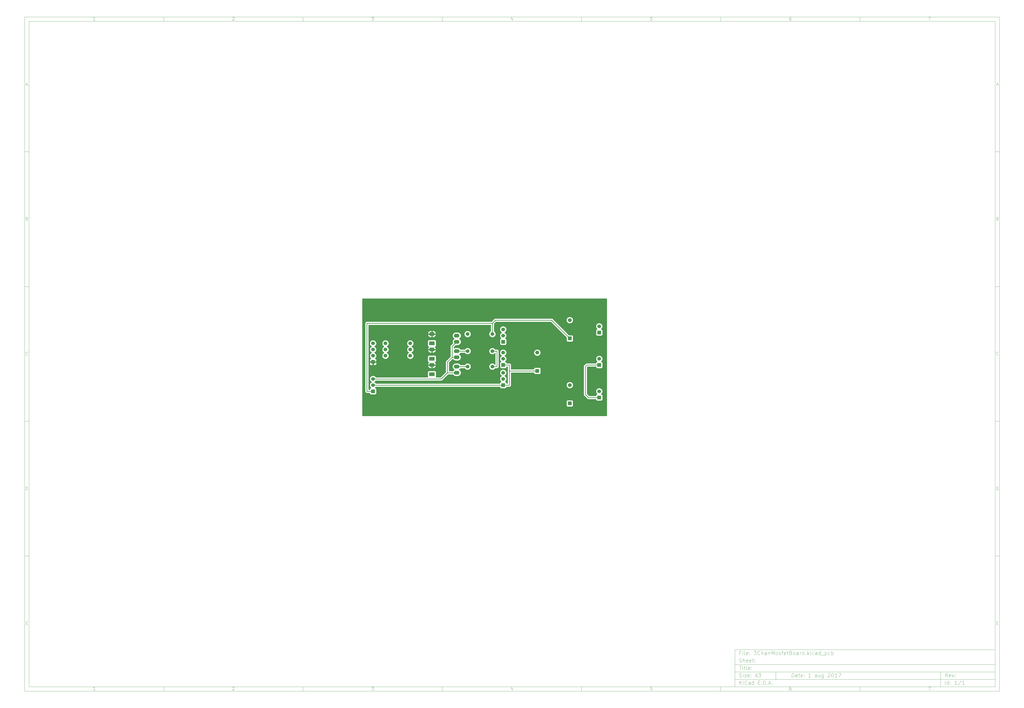
<source format=gtl>
G04 (created by PCBNEW (2013-jul-07)-stable) date Tue 01 Aug 2017 10:55:42 AM PDT*
%MOIN*%
G04 Gerber Fmt 3.4, Leading zero omitted, Abs format*
%FSLAX34Y34*%
G01*
G70*
G90*
G04 APERTURE LIST*
%ADD10C,0.00393701*%
%ADD11C,0.06*%
%ADD12R,0.06X0.06*%
%ADD13R,0.09X0.062*%
%ADD14O,0.09X0.062*%
%ADD15R,0.0615X0.0615*%
%ADD16C,0.0615*%
%ADD17C,0.01*%
G04 APERTURE END LIST*
G54D10*
X4000Y-4000D02*
X161350Y-4000D01*
X161350Y-112930D01*
X4000Y-112930D01*
X4000Y-4000D01*
X4700Y-4700D02*
X160650Y-4700D01*
X160650Y-112230D01*
X4700Y-112230D01*
X4700Y-4700D01*
X26470Y-4000D02*
X26470Y-4700D01*
X15382Y-4552D02*
X15097Y-4552D01*
X15240Y-4552D02*
X15240Y-4052D01*
X15192Y-4123D01*
X15144Y-4171D01*
X15097Y-4195D01*
X26470Y-112930D02*
X26470Y-112230D01*
X15382Y-112782D02*
X15097Y-112782D01*
X15240Y-112782D02*
X15240Y-112282D01*
X15192Y-112353D01*
X15144Y-112401D01*
X15097Y-112425D01*
X48940Y-4000D02*
X48940Y-4700D01*
X37567Y-4100D02*
X37590Y-4076D01*
X37638Y-4052D01*
X37757Y-4052D01*
X37805Y-4076D01*
X37829Y-4100D01*
X37852Y-4147D01*
X37852Y-4195D01*
X37829Y-4266D01*
X37543Y-4552D01*
X37852Y-4552D01*
X48940Y-112930D02*
X48940Y-112230D01*
X37567Y-112330D02*
X37590Y-112306D01*
X37638Y-112282D01*
X37757Y-112282D01*
X37805Y-112306D01*
X37829Y-112330D01*
X37852Y-112377D01*
X37852Y-112425D01*
X37829Y-112496D01*
X37543Y-112782D01*
X37852Y-112782D01*
X71410Y-4000D02*
X71410Y-4700D01*
X60013Y-4052D02*
X60322Y-4052D01*
X60156Y-4242D01*
X60227Y-4242D01*
X60275Y-4266D01*
X60299Y-4290D01*
X60322Y-4338D01*
X60322Y-4457D01*
X60299Y-4504D01*
X60275Y-4528D01*
X60227Y-4552D01*
X60084Y-4552D01*
X60037Y-4528D01*
X60013Y-4504D01*
X71410Y-112930D02*
X71410Y-112230D01*
X60013Y-112282D02*
X60322Y-112282D01*
X60156Y-112472D01*
X60227Y-112472D01*
X60275Y-112496D01*
X60299Y-112520D01*
X60322Y-112568D01*
X60322Y-112687D01*
X60299Y-112734D01*
X60275Y-112758D01*
X60227Y-112782D01*
X60084Y-112782D01*
X60037Y-112758D01*
X60013Y-112734D01*
X93880Y-4000D02*
X93880Y-4700D01*
X82745Y-4219D02*
X82745Y-4552D01*
X82626Y-4028D02*
X82507Y-4385D01*
X82816Y-4385D01*
X93880Y-112930D02*
X93880Y-112230D01*
X82745Y-112449D02*
X82745Y-112782D01*
X82626Y-112258D02*
X82507Y-112615D01*
X82816Y-112615D01*
X116350Y-4000D02*
X116350Y-4700D01*
X105239Y-4052D02*
X105000Y-4052D01*
X104977Y-4290D01*
X105000Y-4266D01*
X105048Y-4242D01*
X105167Y-4242D01*
X105215Y-4266D01*
X105239Y-4290D01*
X105262Y-4338D01*
X105262Y-4457D01*
X105239Y-4504D01*
X105215Y-4528D01*
X105167Y-4552D01*
X105048Y-4552D01*
X105000Y-4528D01*
X104977Y-4504D01*
X116350Y-112930D02*
X116350Y-112230D01*
X105239Y-112282D02*
X105000Y-112282D01*
X104977Y-112520D01*
X105000Y-112496D01*
X105048Y-112472D01*
X105167Y-112472D01*
X105215Y-112496D01*
X105239Y-112520D01*
X105262Y-112568D01*
X105262Y-112687D01*
X105239Y-112734D01*
X105215Y-112758D01*
X105167Y-112782D01*
X105048Y-112782D01*
X105000Y-112758D01*
X104977Y-112734D01*
X138820Y-4000D02*
X138820Y-4700D01*
X127685Y-4052D02*
X127590Y-4052D01*
X127542Y-4076D01*
X127518Y-4100D01*
X127470Y-4171D01*
X127447Y-4266D01*
X127447Y-4457D01*
X127470Y-4504D01*
X127494Y-4528D01*
X127542Y-4552D01*
X127637Y-4552D01*
X127685Y-4528D01*
X127709Y-4504D01*
X127732Y-4457D01*
X127732Y-4338D01*
X127709Y-4290D01*
X127685Y-4266D01*
X127637Y-4242D01*
X127542Y-4242D01*
X127494Y-4266D01*
X127470Y-4290D01*
X127447Y-4338D01*
X138820Y-112930D02*
X138820Y-112230D01*
X127685Y-112282D02*
X127590Y-112282D01*
X127542Y-112306D01*
X127518Y-112330D01*
X127470Y-112401D01*
X127447Y-112496D01*
X127447Y-112687D01*
X127470Y-112734D01*
X127494Y-112758D01*
X127542Y-112782D01*
X127637Y-112782D01*
X127685Y-112758D01*
X127709Y-112734D01*
X127732Y-112687D01*
X127732Y-112568D01*
X127709Y-112520D01*
X127685Y-112496D01*
X127637Y-112472D01*
X127542Y-112472D01*
X127494Y-112496D01*
X127470Y-112520D01*
X127447Y-112568D01*
X149893Y-4052D02*
X150226Y-4052D01*
X150012Y-4552D01*
X149893Y-112282D02*
X150226Y-112282D01*
X150012Y-112782D01*
X4000Y-25780D02*
X4700Y-25780D01*
X4230Y-14949D02*
X4469Y-14949D01*
X4183Y-15092D02*
X4350Y-14592D01*
X4516Y-15092D01*
X161350Y-25780D02*
X160650Y-25780D01*
X160880Y-14949D02*
X161119Y-14949D01*
X160833Y-15092D02*
X161000Y-14592D01*
X161166Y-15092D01*
X4000Y-47560D02*
X4700Y-47560D01*
X4385Y-36610D02*
X4457Y-36634D01*
X4480Y-36658D01*
X4504Y-36705D01*
X4504Y-36777D01*
X4480Y-36824D01*
X4457Y-36848D01*
X4409Y-36872D01*
X4219Y-36872D01*
X4219Y-36372D01*
X4385Y-36372D01*
X4433Y-36396D01*
X4457Y-36420D01*
X4480Y-36467D01*
X4480Y-36515D01*
X4457Y-36562D01*
X4433Y-36586D01*
X4385Y-36610D01*
X4219Y-36610D01*
X161350Y-47560D02*
X160650Y-47560D01*
X161035Y-36610D02*
X161107Y-36634D01*
X161130Y-36658D01*
X161154Y-36705D01*
X161154Y-36777D01*
X161130Y-36824D01*
X161107Y-36848D01*
X161059Y-36872D01*
X160869Y-36872D01*
X160869Y-36372D01*
X161035Y-36372D01*
X161083Y-36396D01*
X161107Y-36420D01*
X161130Y-36467D01*
X161130Y-36515D01*
X161107Y-36562D01*
X161083Y-36586D01*
X161035Y-36610D01*
X160869Y-36610D01*
X4000Y-69340D02*
X4700Y-69340D01*
X4504Y-58604D02*
X4480Y-58628D01*
X4409Y-58652D01*
X4361Y-58652D01*
X4290Y-58628D01*
X4242Y-58580D01*
X4219Y-58533D01*
X4195Y-58438D01*
X4195Y-58366D01*
X4219Y-58271D01*
X4242Y-58223D01*
X4290Y-58176D01*
X4361Y-58152D01*
X4409Y-58152D01*
X4480Y-58176D01*
X4504Y-58200D01*
X161350Y-69340D02*
X160650Y-69340D01*
X161154Y-58604D02*
X161130Y-58628D01*
X161059Y-58652D01*
X161011Y-58652D01*
X160940Y-58628D01*
X160892Y-58580D01*
X160869Y-58533D01*
X160845Y-58438D01*
X160845Y-58366D01*
X160869Y-58271D01*
X160892Y-58223D01*
X160940Y-58176D01*
X161011Y-58152D01*
X161059Y-58152D01*
X161130Y-58176D01*
X161154Y-58200D01*
X4000Y-91120D02*
X4700Y-91120D01*
X4219Y-80432D02*
X4219Y-79932D01*
X4338Y-79932D01*
X4409Y-79956D01*
X4457Y-80003D01*
X4480Y-80051D01*
X4504Y-80146D01*
X4504Y-80218D01*
X4480Y-80313D01*
X4457Y-80360D01*
X4409Y-80408D01*
X4338Y-80432D01*
X4219Y-80432D01*
X161350Y-91120D02*
X160650Y-91120D01*
X160869Y-80432D02*
X160869Y-79932D01*
X160988Y-79932D01*
X161059Y-79956D01*
X161107Y-80003D01*
X161130Y-80051D01*
X161154Y-80146D01*
X161154Y-80218D01*
X161130Y-80313D01*
X161107Y-80360D01*
X161059Y-80408D01*
X160988Y-80432D01*
X160869Y-80432D01*
X4242Y-101950D02*
X4409Y-101950D01*
X4480Y-102212D02*
X4242Y-102212D01*
X4242Y-101712D01*
X4480Y-101712D01*
X160892Y-101950D02*
X161059Y-101950D01*
X161130Y-102212D02*
X160892Y-102212D01*
X160892Y-101712D01*
X161130Y-101712D01*
X127800Y-110672D02*
X127875Y-110072D01*
X128017Y-110072D01*
X128100Y-110101D01*
X128150Y-110158D01*
X128171Y-110215D01*
X128185Y-110330D01*
X128175Y-110415D01*
X128132Y-110530D01*
X128096Y-110587D01*
X128032Y-110644D01*
X127942Y-110672D01*
X127800Y-110672D01*
X128657Y-110672D02*
X128696Y-110358D01*
X128675Y-110301D01*
X128621Y-110272D01*
X128507Y-110272D01*
X128446Y-110301D01*
X128660Y-110644D02*
X128600Y-110672D01*
X128457Y-110672D01*
X128403Y-110644D01*
X128382Y-110587D01*
X128389Y-110530D01*
X128425Y-110472D01*
X128485Y-110444D01*
X128628Y-110444D01*
X128689Y-110415D01*
X128907Y-110272D02*
X129135Y-110272D01*
X129017Y-110072D02*
X128953Y-110587D01*
X128975Y-110644D01*
X129028Y-110672D01*
X129085Y-110672D01*
X129517Y-110644D02*
X129457Y-110672D01*
X129342Y-110672D01*
X129289Y-110644D01*
X129267Y-110587D01*
X129296Y-110358D01*
X129332Y-110301D01*
X129392Y-110272D01*
X129507Y-110272D01*
X129560Y-110301D01*
X129582Y-110358D01*
X129575Y-110415D01*
X129282Y-110472D01*
X129807Y-110615D02*
X129832Y-110644D01*
X129800Y-110672D01*
X129775Y-110644D01*
X129807Y-110615D01*
X129800Y-110672D01*
X129846Y-110301D02*
X129871Y-110330D01*
X129839Y-110358D01*
X129814Y-110330D01*
X129846Y-110301D01*
X129839Y-110358D01*
X130857Y-110672D02*
X130514Y-110672D01*
X130685Y-110672D02*
X130760Y-110072D01*
X130692Y-110158D01*
X130628Y-110215D01*
X130567Y-110244D01*
X131828Y-110672D02*
X131867Y-110358D01*
X131846Y-110301D01*
X131792Y-110272D01*
X131678Y-110272D01*
X131617Y-110301D01*
X131832Y-110644D02*
X131771Y-110672D01*
X131628Y-110672D01*
X131575Y-110644D01*
X131553Y-110587D01*
X131560Y-110530D01*
X131596Y-110472D01*
X131657Y-110444D01*
X131800Y-110444D01*
X131860Y-110415D01*
X132421Y-110272D02*
X132371Y-110672D01*
X132164Y-110272D02*
X132125Y-110587D01*
X132146Y-110644D01*
X132200Y-110672D01*
X132285Y-110672D01*
X132346Y-110644D01*
X132378Y-110615D01*
X132964Y-110272D02*
X132903Y-110758D01*
X132867Y-110815D01*
X132835Y-110844D01*
X132775Y-110872D01*
X132689Y-110872D01*
X132635Y-110844D01*
X132917Y-110644D02*
X132857Y-110672D01*
X132742Y-110672D01*
X132689Y-110644D01*
X132664Y-110615D01*
X132642Y-110558D01*
X132664Y-110387D01*
X132700Y-110330D01*
X132732Y-110301D01*
X132792Y-110272D01*
X132907Y-110272D01*
X132960Y-110301D01*
X133696Y-110130D02*
X133728Y-110101D01*
X133789Y-110072D01*
X133932Y-110072D01*
X133985Y-110101D01*
X134010Y-110130D01*
X134032Y-110187D01*
X134025Y-110244D01*
X133985Y-110330D01*
X133600Y-110672D01*
X133971Y-110672D01*
X134417Y-110072D02*
X134475Y-110072D01*
X134528Y-110101D01*
X134553Y-110130D01*
X134575Y-110187D01*
X134589Y-110301D01*
X134571Y-110444D01*
X134528Y-110558D01*
X134492Y-110615D01*
X134460Y-110644D01*
X134400Y-110672D01*
X134342Y-110672D01*
X134289Y-110644D01*
X134264Y-110615D01*
X134242Y-110558D01*
X134228Y-110444D01*
X134246Y-110301D01*
X134289Y-110187D01*
X134325Y-110130D01*
X134357Y-110101D01*
X134417Y-110072D01*
X135114Y-110672D02*
X134771Y-110672D01*
X134942Y-110672D02*
X135017Y-110072D01*
X134950Y-110158D01*
X134885Y-110215D01*
X134825Y-110244D01*
X135389Y-110072D02*
X135789Y-110072D01*
X135457Y-110672D01*
X119392Y-111872D02*
X119392Y-111272D01*
X119735Y-111872D02*
X119478Y-111530D01*
X119735Y-111272D02*
X119392Y-111615D01*
X119992Y-111872D02*
X119992Y-111472D01*
X119992Y-111272D02*
X119964Y-111301D01*
X119992Y-111330D01*
X120021Y-111301D01*
X119992Y-111272D01*
X119992Y-111330D01*
X120621Y-111815D02*
X120592Y-111844D01*
X120507Y-111872D01*
X120450Y-111872D01*
X120364Y-111844D01*
X120307Y-111787D01*
X120278Y-111730D01*
X120250Y-111615D01*
X120250Y-111530D01*
X120278Y-111415D01*
X120307Y-111358D01*
X120364Y-111301D01*
X120450Y-111272D01*
X120507Y-111272D01*
X120592Y-111301D01*
X120621Y-111330D01*
X121135Y-111872D02*
X121135Y-111558D01*
X121107Y-111501D01*
X121050Y-111472D01*
X120935Y-111472D01*
X120878Y-111501D01*
X121135Y-111844D02*
X121078Y-111872D01*
X120935Y-111872D01*
X120878Y-111844D01*
X120850Y-111787D01*
X120850Y-111730D01*
X120878Y-111672D01*
X120935Y-111644D01*
X121078Y-111644D01*
X121135Y-111615D01*
X121678Y-111872D02*
X121678Y-111272D01*
X121678Y-111844D02*
X121621Y-111872D01*
X121507Y-111872D01*
X121450Y-111844D01*
X121421Y-111815D01*
X121392Y-111758D01*
X121392Y-111587D01*
X121421Y-111530D01*
X121450Y-111501D01*
X121507Y-111472D01*
X121621Y-111472D01*
X121678Y-111501D01*
X122421Y-111558D02*
X122621Y-111558D01*
X122707Y-111872D02*
X122421Y-111872D01*
X122421Y-111272D01*
X122707Y-111272D01*
X122964Y-111815D02*
X122992Y-111844D01*
X122964Y-111872D01*
X122935Y-111844D01*
X122964Y-111815D01*
X122964Y-111872D01*
X123249Y-111872D02*
X123249Y-111272D01*
X123392Y-111272D01*
X123478Y-111301D01*
X123535Y-111358D01*
X123564Y-111415D01*
X123592Y-111530D01*
X123592Y-111615D01*
X123564Y-111730D01*
X123535Y-111787D01*
X123478Y-111844D01*
X123392Y-111872D01*
X123249Y-111872D01*
X123849Y-111815D02*
X123878Y-111844D01*
X123849Y-111872D01*
X123821Y-111844D01*
X123849Y-111815D01*
X123849Y-111872D01*
X124107Y-111701D02*
X124392Y-111701D01*
X124049Y-111872D02*
X124249Y-111272D01*
X124449Y-111872D01*
X124649Y-111815D02*
X124678Y-111844D01*
X124649Y-111872D01*
X124621Y-111844D01*
X124649Y-111815D01*
X124649Y-111872D01*
X152942Y-110672D02*
X152778Y-110387D01*
X152600Y-110672D02*
X152675Y-110072D01*
X152903Y-110072D01*
X152957Y-110101D01*
X152982Y-110130D01*
X153003Y-110187D01*
X152992Y-110272D01*
X152957Y-110330D01*
X152925Y-110358D01*
X152864Y-110387D01*
X152635Y-110387D01*
X153432Y-110644D02*
X153371Y-110672D01*
X153257Y-110672D01*
X153203Y-110644D01*
X153182Y-110587D01*
X153210Y-110358D01*
X153246Y-110301D01*
X153307Y-110272D01*
X153421Y-110272D01*
X153475Y-110301D01*
X153496Y-110358D01*
X153489Y-110415D01*
X153196Y-110472D01*
X153707Y-110272D02*
X153800Y-110672D01*
X153992Y-110272D01*
X154178Y-110615D02*
X154203Y-110644D01*
X154171Y-110672D01*
X154146Y-110644D01*
X154178Y-110615D01*
X154171Y-110672D01*
X154217Y-110301D02*
X154242Y-110330D01*
X154210Y-110358D01*
X154185Y-110330D01*
X154217Y-110301D01*
X154210Y-110358D01*
X119364Y-110644D02*
X119450Y-110672D01*
X119592Y-110672D01*
X119650Y-110644D01*
X119678Y-110615D01*
X119707Y-110558D01*
X119707Y-110501D01*
X119678Y-110444D01*
X119650Y-110415D01*
X119592Y-110387D01*
X119478Y-110358D01*
X119421Y-110330D01*
X119392Y-110301D01*
X119364Y-110244D01*
X119364Y-110187D01*
X119392Y-110130D01*
X119421Y-110101D01*
X119478Y-110072D01*
X119621Y-110072D01*
X119707Y-110101D01*
X119964Y-110672D02*
X119964Y-110272D01*
X119964Y-110072D02*
X119935Y-110101D01*
X119964Y-110130D01*
X119992Y-110101D01*
X119964Y-110072D01*
X119964Y-110130D01*
X120192Y-110272D02*
X120507Y-110272D01*
X120192Y-110672D01*
X120507Y-110672D01*
X120964Y-110644D02*
X120907Y-110672D01*
X120792Y-110672D01*
X120735Y-110644D01*
X120707Y-110587D01*
X120707Y-110358D01*
X120735Y-110301D01*
X120792Y-110272D01*
X120907Y-110272D01*
X120964Y-110301D01*
X120992Y-110358D01*
X120992Y-110415D01*
X120707Y-110472D01*
X121250Y-110615D02*
X121278Y-110644D01*
X121250Y-110672D01*
X121221Y-110644D01*
X121250Y-110615D01*
X121250Y-110672D01*
X121250Y-110301D02*
X121278Y-110330D01*
X121250Y-110358D01*
X121221Y-110330D01*
X121250Y-110301D01*
X121250Y-110358D01*
X121964Y-110501D02*
X122250Y-110501D01*
X121907Y-110672D02*
X122107Y-110072D01*
X122307Y-110672D01*
X122450Y-110072D02*
X122821Y-110072D01*
X122621Y-110301D01*
X122707Y-110301D01*
X122764Y-110330D01*
X122792Y-110358D01*
X122821Y-110415D01*
X122821Y-110558D01*
X122792Y-110615D01*
X122764Y-110644D01*
X122707Y-110672D01*
X122535Y-110672D01*
X122478Y-110644D01*
X122450Y-110615D01*
X152592Y-111872D02*
X152592Y-111272D01*
X153135Y-111872D02*
X153135Y-111272D01*
X153135Y-111844D02*
X153078Y-111872D01*
X152964Y-111872D01*
X152907Y-111844D01*
X152878Y-111815D01*
X152850Y-111758D01*
X152850Y-111587D01*
X152878Y-111530D01*
X152907Y-111501D01*
X152964Y-111472D01*
X153078Y-111472D01*
X153135Y-111501D01*
X153421Y-111815D02*
X153450Y-111844D01*
X153421Y-111872D01*
X153392Y-111844D01*
X153421Y-111815D01*
X153421Y-111872D01*
X153421Y-111501D02*
X153450Y-111530D01*
X153421Y-111558D01*
X153392Y-111530D01*
X153421Y-111501D01*
X153421Y-111558D01*
X154478Y-111872D02*
X154135Y-111872D01*
X154307Y-111872D02*
X154307Y-111272D01*
X154249Y-111358D01*
X154192Y-111415D01*
X154135Y-111444D01*
X155164Y-111244D02*
X154650Y-112015D01*
X155678Y-111872D02*
X155335Y-111872D01*
X155507Y-111872D02*
X155507Y-111272D01*
X155449Y-111358D01*
X155392Y-111415D01*
X155335Y-111444D01*
X119389Y-108872D02*
X119732Y-108872D01*
X119485Y-109472D02*
X119560Y-108872D01*
X119857Y-109472D02*
X119907Y-109072D01*
X119932Y-108872D02*
X119900Y-108901D01*
X119925Y-108930D01*
X119957Y-108901D01*
X119932Y-108872D01*
X119925Y-108930D01*
X120107Y-109072D02*
X120335Y-109072D01*
X120217Y-108872D02*
X120153Y-109387D01*
X120175Y-109444D01*
X120228Y-109472D01*
X120285Y-109472D01*
X120571Y-109472D02*
X120517Y-109444D01*
X120496Y-109387D01*
X120560Y-108872D01*
X121032Y-109444D02*
X120971Y-109472D01*
X120857Y-109472D01*
X120803Y-109444D01*
X120782Y-109387D01*
X120810Y-109158D01*
X120846Y-109101D01*
X120907Y-109072D01*
X121021Y-109072D01*
X121075Y-109101D01*
X121096Y-109158D01*
X121089Y-109215D01*
X120796Y-109272D01*
X121321Y-109415D02*
X121346Y-109444D01*
X121314Y-109472D01*
X121289Y-109444D01*
X121321Y-109415D01*
X121314Y-109472D01*
X121360Y-109101D02*
X121385Y-109130D01*
X121353Y-109158D01*
X121328Y-109130D01*
X121360Y-109101D01*
X121353Y-109158D01*
X119592Y-106758D02*
X119392Y-106758D01*
X119392Y-107072D02*
X119392Y-106472D01*
X119678Y-106472D01*
X119907Y-107072D02*
X119907Y-106672D01*
X119907Y-106472D02*
X119878Y-106501D01*
X119907Y-106530D01*
X119935Y-106501D01*
X119907Y-106472D01*
X119907Y-106530D01*
X120278Y-107072D02*
X120221Y-107044D01*
X120192Y-106987D01*
X120192Y-106472D01*
X120735Y-107044D02*
X120678Y-107072D01*
X120564Y-107072D01*
X120507Y-107044D01*
X120478Y-106987D01*
X120478Y-106758D01*
X120507Y-106701D01*
X120564Y-106672D01*
X120678Y-106672D01*
X120735Y-106701D01*
X120764Y-106758D01*
X120764Y-106815D01*
X120478Y-106872D01*
X121021Y-107015D02*
X121050Y-107044D01*
X121021Y-107072D01*
X120992Y-107044D01*
X121021Y-107015D01*
X121021Y-107072D01*
X121021Y-106701D02*
X121050Y-106730D01*
X121021Y-106758D01*
X120992Y-106730D01*
X121021Y-106701D01*
X121021Y-106758D01*
X121707Y-106472D02*
X122078Y-106472D01*
X121878Y-106701D01*
X121964Y-106701D01*
X122021Y-106730D01*
X122050Y-106758D01*
X122078Y-106815D01*
X122078Y-106958D01*
X122050Y-107015D01*
X122021Y-107044D01*
X121964Y-107072D01*
X121792Y-107072D01*
X121735Y-107044D01*
X121707Y-107015D01*
X122678Y-107015D02*
X122650Y-107044D01*
X122564Y-107072D01*
X122507Y-107072D01*
X122421Y-107044D01*
X122364Y-106987D01*
X122335Y-106930D01*
X122307Y-106815D01*
X122307Y-106730D01*
X122335Y-106615D01*
X122364Y-106558D01*
X122421Y-106501D01*
X122507Y-106472D01*
X122564Y-106472D01*
X122650Y-106501D01*
X122678Y-106530D01*
X122935Y-107072D02*
X122935Y-106472D01*
X123192Y-107072D02*
X123192Y-106758D01*
X123164Y-106701D01*
X123107Y-106672D01*
X123021Y-106672D01*
X122964Y-106701D01*
X122935Y-106730D01*
X123735Y-107072D02*
X123735Y-106758D01*
X123707Y-106701D01*
X123650Y-106672D01*
X123535Y-106672D01*
X123478Y-106701D01*
X123735Y-107044D02*
X123678Y-107072D01*
X123535Y-107072D01*
X123478Y-107044D01*
X123450Y-106987D01*
X123450Y-106930D01*
X123478Y-106872D01*
X123535Y-106844D01*
X123678Y-106844D01*
X123735Y-106815D01*
X124021Y-106672D02*
X124021Y-107072D01*
X124021Y-106730D02*
X124050Y-106701D01*
X124107Y-106672D01*
X124192Y-106672D01*
X124250Y-106701D01*
X124278Y-106758D01*
X124278Y-107072D01*
X124564Y-107072D02*
X124564Y-106472D01*
X124764Y-106901D01*
X124964Y-106472D01*
X124964Y-107072D01*
X125335Y-107072D02*
X125278Y-107044D01*
X125250Y-107015D01*
X125221Y-106958D01*
X125221Y-106787D01*
X125250Y-106730D01*
X125278Y-106701D01*
X125335Y-106672D01*
X125421Y-106672D01*
X125478Y-106701D01*
X125507Y-106730D01*
X125535Y-106787D01*
X125535Y-106958D01*
X125507Y-107015D01*
X125478Y-107044D01*
X125421Y-107072D01*
X125335Y-107072D01*
X125764Y-107044D02*
X125821Y-107072D01*
X125935Y-107072D01*
X125992Y-107044D01*
X126021Y-106987D01*
X126021Y-106958D01*
X125992Y-106901D01*
X125935Y-106872D01*
X125850Y-106872D01*
X125792Y-106844D01*
X125764Y-106787D01*
X125764Y-106758D01*
X125792Y-106701D01*
X125850Y-106672D01*
X125935Y-106672D01*
X125992Y-106701D01*
X126192Y-106672D02*
X126421Y-106672D01*
X126278Y-107072D02*
X126278Y-106558D01*
X126307Y-106501D01*
X126364Y-106472D01*
X126421Y-106472D01*
X126850Y-107044D02*
X126792Y-107072D01*
X126678Y-107072D01*
X126621Y-107044D01*
X126592Y-106987D01*
X126592Y-106758D01*
X126621Y-106701D01*
X126678Y-106672D01*
X126792Y-106672D01*
X126850Y-106701D01*
X126878Y-106758D01*
X126878Y-106815D01*
X126592Y-106872D01*
X127050Y-106672D02*
X127278Y-106672D01*
X127135Y-106472D02*
X127135Y-106987D01*
X127164Y-107044D01*
X127221Y-107072D01*
X127278Y-107072D01*
X127678Y-106758D02*
X127764Y-106787D01*
X127792Y-106815D01*
X127821Y-106872D01*
X127821Y-106958D01*
X127792Y-107015D01*
X127764Y-107044D01*
X127707Y-107072D01*
X127478Y-107072D01*
X127478Y-106472D01*
X127678Y-106472D01*
X127735Y-106501D01*
X127764Y-106530D01*
X127792Y-106587D01*
X127792Y-106644D01*
X127764Y-106701D01*
X127735Y-106730D01*
X127678Y-106758D01*
X127478Y-106758D01*
X128164Y-107072D02*
X128107Y-107044D01*
X128078Y-107015D01*
X128050Y-106958D01*
X128050Y-106787D01*
X128078Y-106730D01*
X128107Y-106701D01*
X128164Y-106672D01*
X128250Y-106672D01*
X128307Y-106701D01*
X128335Y-106730D01*
X128364Y-106787D01*
X128364Y-106958D01*
X128335Y-107015D01*
X128307Y-107044D01*
X128250Y-107072D01*
X128164Y-107072D01*
X128878Y-107072D02*
X128878Y-106758D01*
X128850Y-106701D01*
X128792Y-106672D01*
X128678Y-106672D01*
X128621Y-106701D01*
X128878Y-107044D02*
X128821Y-107072D01*
X128678Y-107072D01*
X128621Y-107044D01*
X128592Y-106987D01*
X128592Y-106930D01*
X128621Y-106872D01*
X128678Y-106844D01*
X128821Y-106844D01*
X128878Y-106815D01*
X129164Y-107072D02*
X129164Y-106672D01*
X129164Y-106787D02*
X129192Y-106730D01*
X129221Y-106701D01*
X129278Y-106672D01*
X129335Y-106672D01*
X129792Y-107072D02*
X129792Y-106472D01*
X129792Y-107044D02*
X129735Y-107072D01*
X129621Y-107072D01*
X129564Y-107044D01*
X129535Y-107015D01*
X129507Y-106958D01*
X129507Y-106787D01*
X129535Y-106730D01*
X129564Y-106701D01*
X129621Y-106672D01*
X129735Y-106672D01*
X129792Y-106701D01*
X130078Y-107015D02*
X130107Y-107044D01*
X130078Y-107072D01*
X130050Y-107044D01*
X130078Y-107015D01*
X130078Y-107072D01*
X130364Y-107072D02*
X130364Y-106472D01*
X130421Y-106844D02*
X130592Y-107072D01*
X130592Y-106672D02*
X130364Y-106901D01*
X130849Y-107072D02*
X130849Y-106672D01*
X130849Y-106472D02*
X130821Y-106501D01*
X130849Y-106530D01*
X130878Y-106501D01*
X130849Y-106472D01*
X130849Y-106530D01*
X131392Y-107044D02*
X131335Y-107072D01*
X131221Y-107072D01*
X131164Y-107044D01*
X131135Y-107015D01*
X131107Y-106958D01*
X131107Y-106787D01*
X131135Y-106730D01*
X131164Y-106701D01*
X131221Y-106672D01*
X131335Y-106672D01*
X131392Y-106701D01*
X131907Y-107072D02*
X131907Y-106758D01*
X131878Y-106701D01*
X131821Y-106672D01*
X131707Y-106672D01*
X131649Y-106701D01*
X131907Y-107044D02*
X131849Y-107072D01*
X131707Y-107072D01*
X131649Y-107044D01*
X131621Y-106987D01*
X131621Y-106930D01*
X131649Y-106872D01*
X131707Y-106844D01*
X131849Y-106844D01*
X131907Y-106815D01*
X132449Y-107072D02*
X132449Y-106472D01*
X132449Y-107044D02*
X132392Y-107072D01*
X132278Y-107072D01*
X132221Y-107044D01*
X132192Y-107015D01*
X132164Y-106958D01*
X132164Y-106787D01*
X132192Y-106730D01*
X132221Y-106701D01*
X132278Y-106672D01*
X132392Y-106672D01*
X132449Y-106701D01*
X132592Y-107130D02*
X133049Y-107130D01*
X133192Y-106672D02*
X133192Y-107272D01*
X133192Y-106701D02*
X133249Y-106672D01*
X133364Y-106672D01*
X133421Y-106701D01*
X133449Y-106730D01*
X133478Y-106787D01*
X133478Y-106958D01*
X133449Y-107015D01*
X133421Y-107044D01*
X133364Y-107072D01*
X133249Y-107072D01*
X133192Y-107044D01*
X133992Y-107044D02*
X133935Y-107072D01*
X133821Y-107072D01*
X133764Y-107044D01*
X133735Y-107015D01*
X133707Y-106958D01*
X133707Y-106787D01*
X133735Y-106730D01*
X133764Y-106701D01*
X133821Y-106672D01*
X133935Y-106672D01*
X133992Y-106701D01*
X134249Y-107072D02*
X134249Y-106472D01*
X134249Y-106701D02*
X134307Y-106672D01*
X134421Y-106672D01*
X134478Y-106701D01*
X134507Y-106730D01*
X134535Y-106787D01*
X134535Y-106958D01*
X134507Y-107015D01*
X134478Y-107044D01*
X134421Y-107072D01*
X134307Y-107072D01*
X134249Y-107044D01*
X119364Y-108244D02*
X119450Y-108272D01*
X119592Y-108272D01*
X119650Y-108244D01*
X119678Y-108215D01*
X119707Y-108158D01*
X119707Y-108101D01*
X119678Y-108044D01*
X119650Y-108015D01*
X119592Y-107987D01*
X119478Y-107958D01*
X119421Y-107930D01*
X119392Y-107901D01*
X119364Y-107844D01*
X119364Y-107787D01*
X119392Y-107730D01*
X119421Y-107701D01*
X119478Y-107672D01*
X119621Y-107672D01*
X119707Y-107701D01*
X119964Y-108272D02*
X119964Y-107672D01*
X120221Y-108272D02*
X120221Y-107958D01*
X120192Y-107901D01*
X120135Y-107872D01*
X120050Y-107872D01*
X119992Y-107901D01*
X119964Y-107930D01*
X120735Y-108244D02*
X120678Y-108272D01*
X120564Y-108272D01*
X120507Y-108244D01*
X120478Y-108187D01*
X120478Y-107958D01*
X120507Y-107901D01*
X120564Y-107872D01*
X120678Y-107872D01*
X120735Y-107901D01*
X120764Y-107958D01*
X120764Y-108015D01*
X120478Y-108072D01*
X121250Y-108244D02*
X121192Y-108272D01*
X121078Y-108272D01*
X121021Y-108244D01*
X120992Y-108187D01*
X120992Y-107958D01*
X121021Y-107901D01*
X121078Y-107872D01*
X121192Y-107872D01*
X121250Y-107901D01*
X121278Y-107958D01*
X121278Y-108015D01*
X120992Y-108072D01*
X121450Y-107872D02*
X121678Y-107872D01*
X121535Y-107672D02*
X121535Y-108187D01*
X121564Y-108244D01*
X121621Y-108272D01*
X121678Y-108272D01*
X121878Y-108215D02*
X121907Y-108244D01*
X121878Y-108272D01*
X121850Y-108244D01*
X121878Y-108215D01*
X121878Y-108272D01*
X121878Y-107901D02*
X121907Y-107930D01*
X121878Y-107958D01*
X121850Y-107930D01*
X121878Y-107901D01*
X121878Y-107958D01*
X118650Y-106230D02*
X118650Y-112230D01*
X118650Y-106230D02*
X160650Y-106230D01*
X118650Y-106230D02*
X160650Y-106230D01*
X118650Y-108630D02*
X160650Y-108630D01*
X151850Y-109830D02*
X151850Y-112230D01*
X118650Y-111030D02*
X160650Y-111030D01*
X118650Y-109830D02*
X160650Y-109830D01*
X125250Y-109830D02*
X125250Y-111030D01*
G54D11*
X62250Y-56750D03*
X66250Y-56750D03*
X62250Y-57750D03*
X66250Y-57750D03*
X62250Y-58750D03*
X66250Y-58750D03*
X75500Y-55250D03*
X79500Y-55250D03*
X75500Y-58000D03*
X79500Y-58000D03*
X75500Y-60500D03*
X79500Y-60500D03*
G54D12*
X60250Y-59750D03*
G54D11*
X60250Y-58750D03*
X60250Y-57750D03*
X60250Y-56750D03*
G54D13*
X69750Y-59250D03*
G54D14*
X69750Y-57750D03*
X73750Y-58000D03*
X73750Y-59000D03*
G54D13*
X69750Y-61750D03*
G54D14*
X69750Y-60250D03*
X73750Y-60500D03*
X73750Y-61500D03*
G54D13*
X69750Y-56750D03*
G54D14*
X69750Y-55250D03*
X73750Y-55500D03*
X73750Y-56500D03*
G54D12*
X96750Y-55000D03*
G54D11*
X96750Y-54000D03*
G54D12*
X96750Y-60250D03*
G54D11*
X96750Y-59250D03*
G54D12*
X96750Y-65500D03*
G54D11*
X96750Y-64500D03*
G54D12*
X60250Y-64500D03*
G54D11*
X60250Y-63500D03*
X60250Y-62500D03*
G54D15*
X92000Y-55950D03*
G54D16*
X92000Y-53000D03*
G54D15*
X86750Y-61200D03*
G54D16*
X86750Y-58250D03*
G54D15*
X92000Y-66450D03*
G54D16*
X92000Y-63500D03*
G54D12*
X81250Y-56500D03*
G54D11*
X81250Y-55500D03*
X81250Y-54500D03*
G54D12*
X81250Y-60250D03*
G54D11*
X81250Y-59250D03*
X81250Y-58250D03*
G54D12*
X81250Y-63500D03*
G54D11*
X81250Y-62500D03*
X81250Y-61500D03*
G54D17*
X73750Y-58000D02*
X75500Y-58000D01*
X73750Y-60500D02*
X75500Y-60500D01*
X86750Y-61200D02*
X82250Y-61200D01*
X82250Y-61200D02*
X82250Y-61250D01*
X81250Y-60250D02*
X82250Y-60250D01*
X82250Y-60250D02*
X82250Y-61250D01*
X82250Y-63500D02*
X81250Y-63500D01*
X82250Y-61250D02*
X82250Y-63500D01*
X79500Y-58000D02*
X80250Y-58000D01*
X80250Y-60500D02*
X79500Y-60500D01*
X80250Y-58000D02*
X80250Y-60500D01*
X79500Y-63500D02*
X80500Y-63500D01*
X60250Y-63500D02*
X79500Y-63500D01*
X80500Y-63500D02*
X81250Y-63500D01*
X96750Y-60250D02*
X94750Y-60250D01*
X95000Y-65500D02*
X96750Y-65500D01*
X94500Y-65000D02*
X95000Y-65500D01*
X94500Y-60500D02*
X94500Y-65000D01*
X94750Y-60250D02*
X94500Y-60500D01*
X79500Y-53500D02*
X59250Y-53500D01*
X59250Y-64500D02*
X60250Y-64500D01*
X59250Y-53500D02*
X59250Y-64500D01*
X79500Y-55250D02*
X79500Y-53500D01*
X89050Y-53000D02*
X92000Y-55950D01*
X80000Y-53000D02*
X89050Y-53000D01*
X79500Y-53500D02*
X80000Y-53000D01*
X68250Y-57750D02*
X68250Y-55250D01*
X68250Y-55250D02*
X69750Y-55250D01*
X68250Y-59750D02*
X68250Y-57750D01*
X68250Y-57750D02*
X69750Y-57750D01*
X60250Y-59750D02*
X68250Y-59750D01*
X68250Y-60250D02*
X69750Y-60250D01*
X68250Y-59750D02*
X68250Y-60250D01*
X60250Y-62500D02*
X71250Y-62500D01*
X71250Y-62500D02*
X72250Y-61500D01*
X73000Y-59000D02*
X73000Y-57250D01*
X73000Y-57250D02*
X73750Y-56500D01*
X72250Y-61500D02*
X72250Y-59750D01*
X73000Y-59000D02*
X73750Y-59000D01*
X72250Y-59750D02*
X73000Y-59000D01*
X72250Y-61500D02*
X73750Y-61500D01*
G54D10*
G36*
X97950Y-68450D02*
X97300Y-68450D01*
X97300Y-64391D01*
X97216Y-64188D01*
X97061Y-64034D01*
X96859Y-63950D01*
X96641Y-63949D01*
X96438Y-64033D01*
X96284Y-64188D01*
X96200Y-64390D01*
X96199Y-64608D01*
X96283Y-64811D01*
X96422Y-64949D01*
X96400Y-64949D01*
X96308Y-64987D01*
X96238Y-65058D01*
X96200Y-65150D01*
X96200Y-65200D01*
X95124Y-65200D01*
X94800Y-64875D01*
X94800Y-60624D01*
X94874Y-60550D01*
X96199Y-60550D01*
X96199Y-60599D01*
X96237Y-60691D01*
X96308Y-60761D01*
X96400Y-60799D01*
X96499Y-60800D01*
X97099Y-60800D01*
X97191Y-60762D01*
X97261Y-60691D01*
X97299Y-60599D01*
X97300Y-60500D01*
X97300Y-59900D01*
X97262Y-59808D01*
X97191Y-59738D01*
X97099Y-59700D01*
X97077Y-59700D01*
X97215Y-59561D01*
X97299Y-59359D01*
X97300Y-59141D01*
X97300Y-53891D01*
X97216Y-53688D01*
X97061Y-53534D01*
X96859Y-53450D01*
X96641Y-53449D01*
X96438Y-53533D01*
X96284Y-53688D01*
X96200Y-53890D01*
X96199Y-54108D01*
X96283Y-54311D01*
X96422Y-54449D01*
X96400Y-54449D01*
X96308Y-54487D01*
X96238Y-54558D01*
X96200Y-54650D01*
X96199Y-54749D01*
X96199Y-55349D01*
X96237Y-55441D01*
X96308Y-55511D01*
X96400Y-55549D01*
X96499Y-55550D01*
X97099Y-55550D01*
X97191Y-55512D01*
X97261Y-55441D01*
X97299Y-55349D01*
X97300Y-55250D01*
X97300Y-54650D01*
X97262Y-54558D01*
X97191Y-54488D01*
X97099Y-54450D01*
X97077Y-54450D01*
X97215Y-54311D01*
X97299Y-54109D01*
X97300Y-53891D01*
X97300Y-59141D01*
X97216Y-58938D01*
X97061Y-58784D01*
X96859Y-58700D01*
X96641Y-58699D01*
X96438Y-58783D01*
X96284Y-58938D01*
X96200Y-59140D01*
X96199Y-59358D01*
X96283Y-59561D01*
X96422Y-59699D01*
X96400Y-59699D01*
X96308Y-59737D01*
X96238Y-59808D01*
X96200Y-59900D01*
X96200Y-59950D01*
X94750Y-59950D01*
X94635Y-59972D01*
X94537Y-60037D01*
X94287Y-60287D01*
X94222Y-60385D01*
X94200Y-60500D01*
X94200Y-65000D01*
X94222Y-65114D01*
X94287Y-65212D01*
X94787Y-65712D01*
X94787Y-65712D01*
X94885Y-65777D01*
X95000Y-65800D01*
X96199Y-65800D01*
X96199Y-65849D01*
X96237Y-65941D01*
X96308Y-66011D01*
X96400Y-66049D01*
X96499Y-66050D01*
X97099Y-66050D01*
X97191Y-66012D01*
X97261Y-65941D01*
X97299Y-65849D01*
X97300Y-65750D01*
X97300Y-65150D01*
X97262Y-65058D01*
X97191Y-64988D01*
X97099Y-64950D01*
X97077Y-64950D01*
X97215Y-64811D01*
X97299Y-64609D01*
X97300Y-64391D01*
X97300Y-68450D01*
X92557Y-68450D01*
X92557Y-63389D01*
X92557Y-52889D01*
X92472Y-52684D01*
X92316Y-52527D01*
X92111Y-52442D01*
X91889Y-52442D01*
X91684Y-52527D01*
X91527Y-52683D01*
X91442Y-52888D01*
X91442Y-53110D01*
X91527Y-53315D01*
X91683Y-53472D01*
X91888Y-53557D01*
X92110Y-53557D01*
X92315Y-53472D01*
X92472Y-53316D01*
X92557Y-53111D01*
X92557Y-52889D01*
X92557Y-63389D01*
X92557Y-63389D01*
X92557Y-56207D01*
X92557Y-55592D01*
X92519Y-55501D01*
X92449Y-55430D01*
X92357Y-55392D01*
X92257Y-55392D01*
X91866Y-55392D01*
X89262Y-52787D01*
X89164Y-52722D01*
X89050Y-52700D01*
X80000Y-52700D01*
X79885Y-52722D01*
X79787Y-52787D01*
X79375Y-53200D01*
X59250Y-53200D01*
X59135Y-53222D01*
X59037Y-53287D01*
X58972Y-53385D01*
X58950Y-53500D01*
X58950Y-64500D01*
X58972Y-64614D01*
X59037Y-64712D01*
X59135Y-64777D01*
X59250Y-64800D01*
X59699Y-64800D01*
X59699Y-64849D01*
X59737Y-64941D01*
X59808Y-65011D01*
X59900Y-65049D01*
X59999Y-65050D01*
X60599Y-65050D01*
X60691Y-65012D01*
X60761Y-64941D01*
X60799Y-64849D01*
X60800Y-64750D01*
X60800Y-64150D01*
X60762Y-64058D01*
X60691Y-63988D01*
X60599Y-63950D01*
X60577Y-63950D01*
X60715Y-63811D01*
X60720Y-63800D01*
X79500Y-63800D01*
X80500Y-63800D01*
X80699Y-63800D01*
X80699Y-63849D01*
X80737Y-63941D01*
X80808Y-64011D01*
X80900Y-64049D01*
X80999Y-64050D01*
X81599Y-64050D01*
X81691Y-64012D01*
X81761Y-63941D01*
X81799Y-63849D01*
X81799Y-63800D01*
X82250Y-63800D01*
X82364Y-63777D01*
X82462Y-63712D01*
X82527Y-63614D01*
X82550Y-63500D01*
X82550Y-61500D01*
X86192Y-61500D01*
X86192Y-61557D01*
X86230Y-61648D01*
X86300Y-61719D01*
X86392Y-61757D01*
X86492Y-61757D01*
X87107Y-61757D01*
X87198Y-61719D01*
X87269Y-61649D01*
X87307Y-61557D01*
X87307Y-61457D01*
X87307Y-60842D01*
X87269Y-60751D01*
X87199Y-60680D01*
X87107Y-60642D01*
X87007Y-60642D01*
X86392Y-60642D01*
X86301Y-60680D01*
X86230Y-60750D01*
X86192Y-60842D01*
X86192Y-60900D01*
X82550Y-60900D01*
X82550Y-60250D01*
X82527Y-60135D01*
X82462Y-60037D01*
X82364Y-59972D01*
X82250Y-59950D01*
X81800Y-59950D01*
X81800Y-59900D01*
X81762Y-59808D01*
X81691Y-59738D01*
X81599Y-59700D01*
X81577Y-59700D01*
X81715Y-59561D01*
X81799Y-59359D01*
X81800Y-59141D01*
X81716Y-58938D01*
X81561Y-58784D01*
X81480Y-58750D01*
X81561Y-58716D01*
X81715Y-58561D01*
X81799Y-58359D01*
X81800Y-58141D01*
X81800Y-55391D01*
X81716Y-55188D01*
X81561Y-55034D01*
X81480Y-55000D01*
X81561Y-54966D01*
X81715Y-54811D01*
X81799Y-54609D01*
X81800Y-54391D01*
X81716Y-54188D01*
X81561Y-54034D01*
X81359Y-53950D01*
X81141Y-53949D01*
X80938Y-54033D01*
X80784Y-54188D01*
X80700Y-54390D01*
X80699Y-54608D01*
X80783Y-54811D01*
X80938Y-54965D01*
X81019Y-54999D01*
X80938Y-55033D01*
X80784Y-55188D01*
X80700Y-55390D01*
X80699Y-55608D01*
X80783Y-55811D01*
X80922Y-55949D01*
X80900Y-55949D01*
X80808Y-55987D01*
X80738Y-56058D01*
X80700Y-56150D01*
X80699Y-56249D01*
X80699Y-56849D01*
X80737Y-56941D01*
X80808Y-57011D01*
X80900Y-57049D01*
X80999Y-57050D01*
X81599Y-57050D01*
X81691Y-57012D01*
X81761Y-56941D01*
X81799Y-56849D01*
X81800Y-56750D01*
X81800Y-56150D01*
X81762Y-56058D01*
X81691Y-55988D01*
X81599Y-55950D01*
X81577Y-55950D01*
X81715Y-55811D01*
X81799Y-55609D01*
X81800Y-55391D01*
X81800Y-58141D01*
X81716Y-57938D01*
X81561Y-57784D01*
X81359Y-57700D01*
X81141Y-57699D01*
X80938Y-57783D01*
X80784Y-57938D01*
X80700Y-58140D01*
X80699Y-58358D01*
X80783Y-58561D01*
X80938Y-58715D01*
X81019Y-58749D01*
X80938Y-58783D01*
X80784Y-58938D01*
X80700Y-59140D01*
X80699Y-59358D01*
X80783Y-59561D01*
X80922Y-59699D01*
X80900Y-59699D01*
X80808Y-59737D01*
X80738Y-59808D01*
X80700Y-59900D01*
X80699Y-59999D01*
X80699Y-60599D01*
X80737Y-60691D01*
X80808Y-60761D01*
X80900Y-60799D01*
X80999Y-60800D01*
X81599Y-60800D01*
X81691Y-60762D01*
X81761Y-60691D01*
X81799Y-60599D01*
X81799Y-60550D01*
X81950Y-60550D01*
X81950Y-61200D01*
X81950Y-61250D01*
X81950Y-63200D01*
X81800Y-63200D01*
X81800Y-63150D01*
X81762Y-63058D01*
X81691Y-62988D01*
X81599Y-62950D01*
X81577Y-62950D01*
X81715Y-62811D01*
X81799Y-62609D01*
X81800Y-62391D01*
X81716Y-62188D01*
X81561Y-62034D01*
X81480Y-62000D01*
X81561Y-61966D01*
X81715Y-61811D01*
X81799Y-61609D01*
X81800Y-61391D01*
X81716Y-61188D01*
X81561Y-61034D01*
X81359Y-60950D01*
X81141Y-60949D01*
X80938Y-61033D01*
X80784Y-61188D01*
X80700Y-61390D01*
X80699Y-61608D01*
X80783Y-61811D01*
X80938Y-61965D01*
X81019Y-61999D01*
X80938Y-62033D01*
X80784Y-62188D01*
X80700Y-62390D01*
X80699Y-62608D01*
X80783Y-62811D01*
X80922Y-62949D01*
X80900Y-62949D01*
X80808Y-62987D01*
X80738Y-63058D01*
X80700Y-63150D01*
X80700Y-63200D01*
X80550Y-63200D01*
X80550Y-60500D01*
X80550Y-58000D01*
X80527Y-57885D01*
X80462Y-57787D01*
X80364Y-57722D01*
X80250Y-57700D01*
X79971Y-57700D01*
X79966Y-57688D01*
X79811Y-57534D01*
X79609Y-57450D01*
X79391Y-57449D01*
X79188Y-57533D01*
X79034Y-57688D01*
X78950Y-57890D01*
X78949Y-58108D01*
X79033Y-58311D01*
X79188Y-58465D01*
X79390Y-58549D01*
X79608Y-58550D01*
X79811Y-58466D01*
X79950Y-58327D01*
X79950Y-60172D01*
X79811Y-60034D01*
X79609Y-59950D01*
X79391Y-59949D01*
X79188Y-60033D01*
X79034Y-60188D01*
X78950Y-60390D01*
X78949Y-60608D01*
X79033Y-60811D01*
X79188Y-60965D01*
X79390Y-61049D01*
X79608Y-61050D01*
X79811Y-60966D01*
X79965Y-60811D01*
X79970Y-60800D01*
X80250Y-60800D01*
X80364Y-60777D01*
X80462Y-60712D01*
X80527Y-60614D01*
X80550Y-60500D01*
X80550Y-63200D01*
X80500Y-63200D01*
X79500Y-63200D01*
X60721Y-63200D01*
X60716Y-63188D01*
X60561Y-63034D01*
X60480Y-63000D01*
X60561Y-62966D01*
X60715Y-62811D01*
X60720Y-62800D01*
X71250Y-62800D01*
X71250Y-62799D01*
X71364Y-62777D01*
X71364Y-62777D01*
X71462Y-62712D01*
X72374Y-61800D01*
X73136Y-61800D01*
X73200Y-61895D01*
X73381Y-62017D01*
X73596Y-62060D01*
X73903Y-62060D01*
X74118Y-62017D01*
X74299Y-61895D01*
X74421Y-61714D01*
X74463Y-61500D01*
X74421Y-61285D01*
X74299Y-61104D01*
X74144Y-61000D01*
X74299Y-60895D01*
X74363Y-60800D01*
X75028Y-60800D01*
X75033Y-60811D01*
X75188Y-60965D01*
X75390Y-61049D01*
X75608Y-61050D01*
X75811Y-60966D01*
X75965Y-60811D01*
X76049Y-60609D01*
X76050Y-60391D01*
X75966Y-60188D01*
X75811Y-60034D01*
X75609Y-59950D01*
X75391Y-59949D01*
X75188Y-60033D01*
X75034Y-60188D01*
X75029Y-60200D01*
X74363Y-60200D01*
X74299Y-60104D01*
X74118Y-59982D01*
X73903Y-59940D01*
X73596Y-59940D01*
X73381Y-59982D01*
X73200Y-60104D01*
X73078Y-60285D01*
X73036Y-60500D01*
X73078Y-60714D01*
X73200Y-60895D01*
X73355Y-61000D01*
X73200Y-61104D01*
X73136Y-61200D01*
X72550Y-61200D01*
X72550Y-59874D01*
X73124Y-59300D01*
X73136Y-59300D01*
X73200Y-59395D01*
X73381Y-59517D01*
X73596Y-59560D01*
X73903Y-59560D01*
X74118Y-59517D01*
X74299Y-59395D01*
X74421Y-59214D01*
X74463Y-59000D01*
X74421Y-58785D01*
X74299Y-58604D01*
X74144Y-58500D01*
X74299Y-58395D01*
X74363Y-58300D01*
X75028Y-58300D01*
X75033Y-58311D01*
X75188Y-58465D01*
X75390Y-58549D01*
X75608Y-58550D01*
X75811Y-58466D01*
X75965Y-58311D01*
X76049Y-58109D01*
X76050Y-57891D01*
X76050Y-55141D01*
X75966Y-54938D01*
X75811Y-54784D01*
X75609Y-54700D01*
X75391Y-54699D01*
X75188Y-54783D01*
X75034Y-54938D01*
X74950Y-55140D01*
X74949Y-55358D01*
X75033Y-55561D01*
X75188Y-55715D01*
X75390Y-55799D01*
X75608Y-55800D01*
X75811Y-55716D01*
X75965Y-55561D01*
X76049Y-55359D01*
X76050Y-55141D01*
X76050Y-57891D01*
X75966Y-57688D01*
X75811Y-57534D01*
X75609Y-57450D01*
X75391Y-57449D01*
X75188Y-57533D01*
X75034Y-57688D01*
X75029Y-57700D01*
X74363Y-57700D01*
X74299Y-57604D01*
X74118Y-57482D01*
X73903Y-57440D01*
X73596Y-57440D01*
X73381Y-57482D01*
X73300Y-57537D01*
X73300Y-57374D01*
X73614Y-57060D01*
X73903Y-57060D01*
X74118Y-57017D01*
X74299Y-56895D01*
X74421Y-56714D01*
X74463Y-56500D01*
X74421Y-56285D01*
X74299Y-56104D01*
X74144Y-56000D01*
X74299Y-55895D01*
X74421Y-55714D01*
X74463Y-55500D01*
X74421Y-55285D01*
X74299Y-55104D01*
X74118Y-54982D01*
X73903Y-54940D01*
X73596Y-54940D01*
X73381Y-54982D01*
X73200Y-55104D01*
X73078Y-55285D01*
X73036Y-55500D01*
X73078Y-55714D01*
X73200Y-55895D01*
X73355Y-56000D01*
X73200Y-56104D01*
X73078Y-56285D01*
X73036Y-56500D01*
X73078Y-56714D01*
X73091Y-56733D01*
X72787Y-57037D01*
X72722Y-57135D01*
X72700Y-57250D01*
X72700Y-58875D01*
X72037Y-59537D01*
X71972Y-59635D01*
X71950Y-59750D01*
X71950Y-61375D01*
X71125Y-62200D01*
X70412Y-62200D01*
X70449Y-62109D01*
X70450Y-62010D01*
X70450Y-61390D01*
X70450Y-59510D01*
X70450Y-58890D01*
X70450Y-57010D01*
X70450Y-56390D01*
X70433Y-56349D01*
X70433Y-55386D01*
X70433Y-55113D01*
X70426Y-55081D01*
X70321Y-54889D01*
X70150Y-54751D01*
X69940Y-54690D01*
X69800Y-54690D01*
X69800Y-55200D01*
X70384Y-55200D01*
X70433Y-55113D01*
X70433Y-55386D01*
X70384Y-55300D01*
X69800Y-55300D01*
X69800Y-55810D01*
X69940Y-55810D01*
X70150Y-55748D01*
X70321Y-55610D01*
X70426Y-55418D01*
X70433Y-55386D01*
X70433Y-56349D01*
X70412Y-56298D01*
X70341Y-56228D01*
X70249Y-56190D01*
X70150Y-56189D01*
X69700Y-56189D01*
X69700Y-55810D01*
X69700Y-55300D01*
X69700Y-55200D01*
X69700Y-54690D01*
X69560Y-54690D01*
X69349Y-54751D01*
X69178Y-54889D01*
X69073Y-55081D01*
X69066Y-55113D01*
X69115Y-55200D01*
X69700Y-55200D01*
X69700Y-55300D01*
X69115Y-55300D01*
X69066Y-55386D01*
X69073Y-55418D01*
X69178Y-55610D01*
X69349Y-55748D01*
X69560Y-55810D01*
X69700Y-55810D01*
X69700Y-56189D01*
X69250Y-56189D01*
X69158Y-56227D01*
X69088Y-56298D01*
X69050Y-56390D01*
X69049Y-56489D01*
X69049Y-57109D01*
X69087Y-57201D01*
X69158Y-57271D01*
X69250Y-57309D01*
X69277Y-57309D01*
X69178Y-57389D01*
X69073Y-57581D01*
X69066Y-57613D01*
X69115Y-57700D01*
X69700Y-57700D01*
X69700Y-57692D01*
X69800Y-57692D01*
X69800Y-57700D01*
X70384Y-57700D01*
X70433Y-57613D01*
X70426Y-57581D01*
X70321Y-57389D01*
X70222Y-57310D01*
X70249Y-57310D01*
X70341Y-57272D01*
X70411Y-57201D01*
X70449Y-57109D01*
X70450Y-57010D01*
X70450Y-58890D01*
X70433Y-58849D01*
X70433Y-57886D01*
X70384Y-57800D01*
X69800Y-57800D01*
X69800Y-58310D01*
X69940Y-58310D01*
X70150Y-58248D01*
X70321Y-58110D01*
X70426Y-57918D01*
X70433Y-57886D01*
X70433Y-58849D01*
X70412Y-58798D01*
X70341Y-58728D01*
X70249Y-58690D01*
X70150Y-58689D01*
X69700Y-58689D01*
X69700Y-58310D01*
X69700Y-57800D01*
X69115Y-57800D01*
X69066Y-57886D01*
X69073Y-57918D01*
X69178Y-58110D01*
X69349Y-58248D01*
X69560Y-58310D01*
X69700Y-58310D01*
X69700Y-58689D01*
X69250Y-58689D01*
X69158Y-58727D01*
X69088Y-58798D01*
X69050Y-58890D01*
X69049Y-58989D01*
X69049Y-59609D01*
X69087Y-59701D01*
X69158Y-59771D01*
X69250Y-59809D01*
X69277Y-59809D01*
X69178Y-59889D01*
X69073Y-60081D01*
X69066Y-60113D01*
X69115Y-60200D01*
X69700Y-60200D01*
X69700Y-60192D01*
X69800Y-60192D01*
X69800Y-60200D01*
X70384Y-60200D01*
X70433Y-60113D01*
X70426Y-60081D01*
X70321Y-59889D01*
X70222Y-59810D01*
X70249Y-59810D01*
X70341Y-59772D01*
X70411Y-59701D01*
X70449Y-59609D01*
X70450Y-59510D01*
X70450Y-61390D01*
X70433Y-61349D01*
X70433Y-60386D01*
X70384Y-60300D01*
X69800Y-60300D01*
X69800Y-60810D01*
X69940Y-60810D01*
X70150Y-60748D01*
X70321Y-60610D01*
X70426Y-60418D01*
X70433Y-60386D01*
X70433Y-61349D01*
X70412Y-61298D01*
X70341Y-61228D01*
X70249Y-61190D01*
X70150Y-61189D01*
X69700Y-61189D01*
X69700Y-60810D01*
X69700Y-60300D01*
X69115Y-60300D01*
X69066Y-60386D01*
X69073Y-60418D01*
X69178Y-60610D01*
X69349Y-60748D01*
X69560Y-60810D01*
X69700Y-60810D01*
X69700Y-61189D01*
X69250Y-61189D01*
X69158Y-61227D01*
X69088Y-61298D01*
X69050Y-61390D01*
X69049Y-61489D01*
X69049Y-62109D01*
X69087Y-62200D01*
X66800Y-62200D01*
X66800Y-58641D01*
X66716Y-58438D01*
X66561Y-58284D01*
X66480Y-58250D01*
X66561Y-58216D01*
X66715Y-58061D01*
X66799Y-57859D01*
X66800Y-57641D01*
X66716Y-57438D01*
X66561Y-57284D01*
X66480Y-57250D01*
X66561Y-57216D01*
X66715Y-57061D01*
X66799Y-56859D01*
X66800Y-56641D01*
X66716Y-56438D01*
X66561Y-56284D01*
X66359Y-56200D01*
X66141Y-56199D01*
X65938Y-56283D01*
X65784Y-56438D01*
X65700Y-56640D01*
X65699Y-56858D01*
X65783Y-57061D01*
X65938Y-57215D01*
X66019Y-57249D01*
X65938Y-57283D01*
X65784Y-57438D01*
X65700Y-57640D01*
X65699Y-57858D01*
X65783Y-58061D01*
X65938Y-58215D01*
X66019Y-58249D01*
X65938Y-58283D01*
X65784Y-58438D01*
X65700Y-58640D01*
X65699Y-58858D01*
X65783Y-59061D01*
X65938Y-59215D01*
X66140Y-59299D01*
X66358Y-59300D01*
X66561Y-59216D01*
X66715Y-59061D01*
X66799Y-58859D01*
X66800Y-58641D01*
X66800Y-62200D01*
X62800Y-62200D01*
X62800Y-58641D01*
X62716Y-58438D01*
X62561Y-58284D01*
X62480Y-58250D01*
X62561Y-58216D01*
X62715Y-58061D01*
X62799Y-57859D01*
X62800Y-57641D01*
X62716Y-57438D01*
X62561Y-57284D01*
X62480Y-57250D01*
X62561Y-57216D01*
X62715Y-57061D01*
X62799Y-56859D01*
X62800Y-56641D01*
X62716Y-56438D01*
X62561Y-56284D01*
X62359Y-56200D01*
X62141Y-56199D01*
X61938Y-56283D01*
X61784Y-56438D01*
X61700Y-56640D01*
X61699Y-56858D01*
X61783Y-57061D01*
X61938Y-57215D01*
X62019Y-57249D01*
X61938Y-57283D01*
X61784Y-57438D01*
X61700Y-57640D01*
X61699Y-57858D01*
X61783Y-58061D01*
X61938Y-58215D01*
X62019Y-58249D01*
X61938Y-58283D01*
X61784Y-58438D01*
X61700Y-58640D01*
X61699Y-58858D01*
X61783Y-59061D01*
X61938Y-59215D01*
X62140Y-59299D01*
X62358Y-59300D01*
X62561Y-59216D01*
X62715Y-59061D01*
X62799Y-58859D01*
X62800Y-58641D01*
X62800Y-62200D01*
X60800Y-62200D01*
X60800Y-58641D01*
X60716Y-58438D01*
X60561Y-58284D01*
X60480Y-58250D01*
X60561Y-58216D01*
X60715Y-58061D01*
X60799Y-57859D01*
X60800Y-57641D01*
X60716Y-57438D01*
X60561Y-57284D01*
X60480Y-57250D01*
X60561Y-57216D01*
X60715Y-57061D01*
X60799Y-56859D01*
X60800Y-56641D01*
X60716Y-56438D01*
X60561Y-56284D01*
X60359Y-56200D01*
X60141Y-56199D01*
X59938Y-56283D01*
X59784Y-56438D01*
X59700Y-56640D01*
X59699Y-56858D01*
X59783Y-57061D01*
X59938Y-57215D01*
X60019Y-57249D01*
X59938Y-57283D01*
X59784Y-57438D01*
X59700Y-57640D01*
X59699Y-57858D01*
X59783Y-58061D01*
X59938Y-58215D01*
X60019Y-58249D01*
X59938Y-58283D01*
X59784Y-58438D01*
X59700Y-58640D01*
X59699Y-58858D01*
X59783Y-59061D01*
X59922Y-59200D01*
X59900Y-59200D01*
X59808Y-59238D01*
X59737Y-59308D01*
X59699Y-59400D01*
X59700Y-59637D01*
X59762Y-59700D01*
X60200Y-59700D01*
X60200Y-59692D01*
X60300Y-59692D01*
X60300Y-59700D01*
X60737Y-59700D01*
X60800Y-59637D01*
X60800Y-59400D01*
X60762Y-59308D01*
X60691Y-59238D01*
X60599Y-59200D01*
X60577Y-59200D01*
X60715Y-59061D01*
X60799Y-58859D01*
X60800Y-58641D01*
X60800Y-62200D01*
X60800Y-62200D01*
X60800Y-60099D01*
X60800Y-59862D01*
X60737Y-59800D01*
X60300Y-59800D01*
X60300Y-60237D01*
X60362Y-60300D01*
X60500Y-60300D01*
X60599Y-60299D01*
X60691Y-60261D01*
X60762Y-60191D01*
X60800Y-60099D01*
X60800Y-62200D01*
X60721Y-62200D01*
X60716Y-62188D01*
X60561Y-62034D01*
X60359Y-61950D01*
X60200Y-61949D01*
X60200Y-60237D01*
X60200Y-59800D01*
X59762Y-59800D01*
X59700Y-59862D01*
X59699Y-60099D01*
X59737Y-60191D01*
X59808Y-60261D01*
X59900Y-60299D01*
X59999Y-60300D01*
X60137Y-60300D01*
X60200Y-60237D01*
X60200Y-61949D01*
X60141Y-61949D01*
X59938Y-62033D01*
X59784Y-62188D01*
X59700Y-62390D01*
X59699Y-62608D01*
X59783Y-62811D01*
X59938Y-62965D01*
X60019Y-62999D01*
X59938Y-63033D01*
X59784Y-63188D01*
X59700Y-63390D01*
X59699Y-63608D01*
X59783Y-63811D01*
X59922Y-63949D01*
X59900Y-63949D01*
X59808Y-63987D01*
X59738Y-64058D01*
X59700Y-64150D01*
X59700Y-64200D01*
X59550Y-64200D01*
X59550Y-53800D01*
X79200Y-53800D01*
X79200Y-54778D01*
X79188Y-54783D01*
X79034Y-54938D01*
X78950Y-55140D01*
X78949Y-55358D01*
X79033Y-55561D01*
X79188Y-55715D01*
X79390Y-55799D01*
X79608Y-55800D01*
X79811Y-55716D01*
X79965Y-55561D01*
X80049Y-55359D01*
X80050Y-55141D01*
X79966Y-54938D01*
X79811Y-54784D01*
X79800Y-54779D01*
X79800Y-53624D01*
X80124Y-53300D01*
X88925Y-53300D01*
X91442Y-55816D01*
X91442Y-56307D01*
X91480Y-56398D01*
X91550Y-56469D01*
X91642Y-56507D01*
X91742Y-56507D01*
X92357Y-56507D01*
X92448Y-56469D01*
X92519Y-56399D01*
X92557Y-56307D01*
X92557Y-56207D01*
X92557Y-63389D01*
X92472Y-63184D01*
X92316Y-63027D01*
X92111Y-62942D01*
X91889Y-62942D01*
X91684Y-63027D01*
X91527Y-63183D01*
X91442Y-63388D01*
X91442Y-63610D01*
X91527Y-63815D01*
X91683Y-63972D01*
X91888Y-64057D01*
X92110Y-64057D01*
X92315Y-63972D01*
X92472Y-63816D01*
X92557Y-63611D01*
X92557Y-63389D01*
X92557Y-68450D01*
X92557Y-68450D01*
X92557Y-66707D01*
X92557Y-66092D01*
X92519Y-66001D01*
X92449Y-65930D01*
X92357Y-65892D01*
X92257Y-65892D01*
X91642Y-65892D01*
X91551Y-65930D01*
X91480Y-66000D01*
X91442Y-66092D01*
X91442Y-66192D01*
X91442Y-66807D01*
X91480Y-66898D01*
X91550Y-66969D01*
X91642Y-67007D01*
X91742Y-67007D01*
X92357Y-67007D01*
X92448Y-66969D01*
X92519Y-66899D01*
X92557Y-66807D01*
X92557Y-66707D01*
X92557Y-68450D01*
X87307Y-68450D01*
X87307Y-58139D01*
X87222Y-57934D01*
X87066Y-57777D01*
X86861Y-57692D01*
X86639Y-57692D01*
X86434Y-57777D01*
X86277Y-57933D01*
X86192Y-58138D01*
X86192Y-58360D01*
X86277Y-58565D01*
X86433Y-58722D01*
X86638Y-58807D01*
X86860Y-58807D01*
X87065Y-58722D01*
X87222Y-58566D01*
X87307Y-58361D01*
X87307Y-58139D01*
X87307Y-68450D01*
X58550Y-68450D01*
X58550Y-49550D01*
X97950Y-49550D01*
X97950Y-68450D01*
X97950Y-68450D01*
G37*
G54D17*
X97950Y-68450D02*
X97300Y-68450D01*
X97300Y-64391D01*
X97216Y-64188D01*
X97061Y-64034D01*
X96859Y-63950D01*
X96641Y-63949D01*
X96438Y-64033D01*
X96284Y-64188D01*
X96200Y-64390D01*
X96199Y-64608D01*
X96283Y-64811D01*
X96422Y-64949D01*
X96400Y-64949D01*
X96308Y-64987D01*
X96238Y-65058D01*
X96200Y-65150D01*
X96200Y-65200D01*
X95124Y-65200D01*
X94800Y-64875D01*
X94800Y-60624D01*
X94874Y-60550D01*
X96199Y-60550D01*
X96199Y-60599D01*
X96237Y-60691D01*
X96308Y-60761D01*
X96400Y-60799D01*
X96499Y-60800D01*
X97099Y-60800D01*
X97191Y-60762D01*
X97261Y-60691D01*
X97299Y-60599D01*
X97300Y-60500D01*
X97300Y-59900D01*
X97262Y-59808D01*
X97191Y-59738D01*
X97099Y-59700D01*
X97077Y-59700D01*
X97215Y-59561D01*
X97299Y-59359D01*
X97300Y-59141D01*
X97300Y-53891D01*
X97216Y-53688D01*
X97061Y-53534D01*
X96859Y-53450D01*
X96641Y-53449D01*
X96438Y-53533D01*
X96284Y-53688D01*
X96200Y-53890D01*
X96199Y-54108D01*
X96283Y-54311D01*
X96422Y-54449D01*
X96400Y-54449D01*
X96308Y-54487D01*
X96238Y-54558D01*
X96200Y-54650D01*
X96199Y-54749D01*
X96199Y-55349D01*
X96237Y-55441D01*
X96308Y-55511D01*
X96400Y-55549D01*
X96499Y-55550D01*
X97099Y-55550D01*
X97191Y-55512D01*
X97261Y-55441D01*
X97299Y-55349D01*
X97300Y-55250D01*
X97300Y-54650D01*
X97262Y-54558D01*
X97191Y-54488D01*
X97099Y-54450D01*
X97077Y-54450D01*
X97215Y-54311D01*
X97299Y-54109D01*
X97300Y-53891D01*
X97300Y-59141D01*
X97216Y-58938D01*
X97061Y-58784D01*
X96859Y-58700D01*
X96641Y-58699D01*
X96438Y-58783D01*
X96284Y-58938D01*
X96200Y-59140D01*
X96199Y-59358D01*
X96283Y-59561D01*
X96422Y-59699D01*
X96400Y-59699D01*
X96308Y-59737D01*
X96238Y-59808D01*
X96200Y-59900D01*
X96200Y-59950D01*
X94750Y-59950D01*
X94635Y-59972D01*
X94537Y-60037D01*
X94287Y-60287D01*
X94222Y-60385D01*
X94200Y-60500D01*
X94200Y-65000D01*
X94222Y-65114D01*
X94287Y-65212D01*
X94787Y-65712D01*
X94787Y-65712D01*
X94885Y-65777D01*
X95000Y-65800D01*
X96199Y-65800D01*
X96199Y-65849D01*
X96237Y-65941D01*
X96308Y-66011D01*
X96400Y-66049D01*
X96499Y-66050D01*
X97099Y-66050D01*
X97191Y-66012D01*
X97261Y-65941D01*
X97299Y-65849D01*
X97300Y-65750D01*
X97300Y-65150D01*
X97262Y-65058D01*
X97191Y-64988D01*
X97099Y-64950D01*
X97077Y-64950D01*
X97215Y-64811D01*
X97299Y-64609D01*
X97300Y-64391D01*
X97300Y-68450D01*
X92557Y-68450D01*
X92557Y-63389D01*
X92557Y-52889D01*
X92472Y-52684D01*
X92316Y-52527D01*
X92111Y-52442D01*
X91889Y-52442D01*
X91684Y-52527D01*
X91527Y-52683D01*
X91442Y-52888D01*
X91442Y-53110D01*
X91527Y-53315D01*
X91683Y-53472D01*
X91888Y-53557D01*
X92110Y-53557D01*
X92315Y-53472D01*
X92472Y-53316D01*
X92557Y-53111D01*
X92557Y-52889D01*
X92557Y-63389D01*
X92557Y-63389D01*
X92557Y-56207D01*
X92557Y-55592D01*
X92519Y-55501D01*
X92449Y-55430D01*
X92357Y-55392D01*
X92257Y-55392D01*
X91866Y-55392D01*
X89262Y-52787D01*
X89164Y-52722D01*
X89050Y-52700D01*
X80000Y-52700D01*
X79885Y-52722D01*
X79787Y-52787D01*
X79375Y-53200D01*
X59250Y-53200D01*
X59135Y-53222D01*
X59037Y-53287D01*
X58972Y-53385D01*
X58950Y-53500D01*
X58950Y-64500D01*
X58972Y-64614D01*
X59037Y-64712D01*
X59135Y-64777D01*
X59250Y-64800D01*
X59699Y-64800D01*
X59699Y-64849D01*
X59737Y-64941D01*
X59808Y-65011D01*
X59900Y-65049D01*
X59999Y-65050D01*
X60599Y-65050D01*
X60691Y-65012D01*
X60761Y-64941D01*
X60799Y-64849D01*
X60800Y-64750D01*
X60800Y-64150D01*
X60762Y-64058D01*
X60691Y-63988D01*
X60599Y-63950D01*
X60577Y-63950D01*
X60715Y-63811D01*
X60720Y-63800D01*
X79500Y-63800D01*
X80500Y-63800D01*
X80699Y-63800D01*
X80699Y-63849D01*
X80737Y-63941D01*
X80808Y-64011D01*
X80900Y-64049D01*
X80999Y-64050D01*
X81599Y-64050D01*
X81691Y-64012D01*
X81761Y-63941D01*
X81799Y-63849D01*
X81799Y-63800D01*
X82250Y-63800D01*
X82364Y-63777D01*
X82462Y-63712D01*
X82527Y-63614D01*
X82550Y-63500D01*
X82550Y-61500D01*
X86192Y-61500D01*
X86192Y-61557D01*
X86230Y-61648D01*
X86300Y-61719D01*
X86392Y-61757D01*
X86492Y-61757D01*
X87107Y-61757D01*
X87198Y-61719D01*
X87269Y-61649D01*
X87307Y-61557D01*
X87307Y-61457D01*
X87307Y-60842D01*
X87269Y-60751D01*
X87199Y-60680D01*
X87107Y-60642D01*
X87007Y-60642D01*
X86392Y-60642D01*
X86301Y-60680D01*
X86230Y-60750D01*
X86192Y-60842D01*
X86192Y-60900D01*
X82550Y-60900D01*
X82550Y-60250D01*
X82527Y-60135D01*
X82462Y-60037D01*
X82364Y-59972D01*
X82250Y-59950D01*
X81800Y-59950D01*
X81800Y-59900D01*
X81762Y-59808D01*
X81691Y-59738D01*
X81599Y-59700D01*
X81577Y-59700D01*
X81715Y-59561D01*
X81799Y-59359D01*
X81800Y-59141D01*
X81716Y-58938D01*
X81561Y-58784D01*
X81480Y-58750D01*
X81561Y-58716D01*
X81715Y-58561D01*
X81799Y-58359D01*
X81800Y-58141D01*
X81800Y-55391D01*
X81716Y-55188D01*
X81561Y-55034D01*
X81480Y-55000D01*
X81561Y-54966D01*
X81715Y-54811D01*
X81799Y-54609D01*
X81800Y-54391D01*
X81716Y-54188D01*
X81561Y-54034D01*
X81359Y-53950D01*
X81141Y-53949D01*
X80938Y-54033D01*
X80784Y-54188D01*
X80700Y-54390D01*
X80699Y-54608D01*
X80783Y-54811D01*
X80938Y-54965D01*
X81019Y-54999D01*
X80938Y-55033D01*
X80784Y-55188D01*
X80700Y-55390D01*
X80699Y-55608D01*
X80783Y-55811D01*
X80922Y-55949D01*
X80900Y-55949D01*
X80808Y-55987D01*
X80738Y-56058D01*
X80700Y-56150D01*
X80699Y-56249D01*
X80699Y-56849D01*
X80737Y-56941D01*
X80808Y-57011D01*
X80900Y-57049D01*
X80999Y-57050D01*
X81599Y-57050D01*
X81691Y-57012D01*
X81761Y-56941D01*
X81799Y-56849D01*
X81800Y-56750D01*
X81800Y-56150D01*
X81762Y-56058D01*
X81691Y-55988D01*
X81599Y-55950D01*
X81577Y-55950D01*
X81715Y-55811D01*
X81799Y-55609D01*
X81800Y-55391D01*
X81800Y-58141D01*
X81716Y-57938D01*
X81561Y-57784D01*
X81359Y-57700D01*
X81141Y-57699D01*
X80938Y-57783D01*
X80784Y-57938D01*
X80700Y-58140D01*
X80699Y-58358D01*
X80783Y-58561D01*
X80938Y-58715D01*
X81019Y-58749D01*
X80938Y-58783D01*
X80784Y-58938D01*
X80700Y-59140D01*
X80699Y-59358D01*
X80783Y-59561D01*
X80922Y-59699D01*
X80900Y-59699D01*
X80808Y-59737D01*
X80738Y-59808D01*
X80700Y-59900D01*
X80699Y-59999D01*
X80699Y-60599D01*
X80737Y-60691D01*
X80808Y-60761D01*
X80900Y-60799D01*
X80999Y-60800D01*
X81599Y-60800D01*
X81691Y-60762D01*
X81761Y-60691D01*
X81799Y-60599D01*
X81799Y-60550D01*
X81950Y-60550D01*
X81950Y-61200D01*
X81950Y-61250D01*
X81950Y-63200D01*
X81800Y-63200D01*
X81800Y-63150D01*
X81762Y-63058D01*
X81691Y-62988D01*
X81599Y-62950D01*
X81577Y-62950D01*
X81715Y-62811D01*
X81799Y-62609D01*
X81800Y-62391D01*
X81716Y-62188D01*
X81561Y-62034D01*
X81480Y-62000D01*
X81561Y-61966D01*
X81715Y-61811D01*
X81799Y-61609D01*
X81800Y-61391D01*
X81716Y-61188D01*
X81561Y-61034D01*
X81359Y-60950D01*
X81141Y-60949D01*
X80938Y-61033D01*
X80784Y-61188D01*
X80700Y-61390D01*
X80699Y-61608D01*
X80783Y-61811D01*
X80938Y-61965D01*
X81019Y-61999D01*
X80938Y-62033D01*
X80784Y-62188D01*
X80700Y-62390D01*
X80699Y-62608D01*
X80783Y-62811D01*
X80922Y-62949D01*
X80900Y-62949D01*
X80808Y-62987D01*
X80738Y-63058D01*
X80700Y-63150D01*
X80700Y-63200D01*
X80550Y-63200D01*
X80550Y-60500D01*
X80550Y-58000D01*
X80527Y-57885D01*
X80462Y-57787D01*
X80364Y-57722D01*
X80250Y-57700D01*
X79971Y-57700D01*
X79966Y-57688D01*
X79811Y-57534D01*
X79609Y-57450D01*
X79391Y-57449D01*
X79188Y-57533D01*
X79034Y-57688D01*
X78950Y-57890D01*
X78949Y-58108D01*
X79033Y-58311D01*
X79188Y-58465D01*
X79390Y-58549D01*
X79608Y-58550D01*
X79811Y-58466D01*
X79950Y-58327D01*
X79950Y-60172D01*
X79811Y-60034D01*
X79609Y-59950D01*
X79391Y-59949D01*
X79188Y-60033D01*
X79034Y-60188D01*
X78950Y-60390D01*
X78949Y-60608D01*
X79033Y-60811D01*
X79188Y-60965D01*
X79390Y-61049D01*
X79608Y-61050D01*
X79811Y-60966D01*
X79965Y-60811D01*
X79970Y-60800D01*
X80250Y-60800D01*
X80364Y-60777D01*
X80462Y-60712D01*
X80527Y-60614D01*
X80550Y-60500D01*
X80550Y-63200D01*
X80500Y-63200D01*
X79500Y-63200D01*
X60721Y-63200D01*
X60716Y-63188D01*
X60561Y-63034D01*
X60480Y-63000D01*
X60561Y-62966D01*
X60715Y-62811D01*
X60720Y-62800D01*
X71250Y-62800D01*
X71250Y-62799D01*
X71364Y-62777D01*
X71364Y-62777D01*
X71462Y-62712D01*
X72374Y-61800D01*
X73136Y-61800D01*
X73200Y-61895D01*
X73381Y-62017D01*
X73596Y-62060D01*
X73903Y-62060D01*
X74118Y-62017D01*
X74299Y-61895D01*
X74421Y-61714D01*
X74463Y-61500D01*
X74421Y-61285D01*
X74299Y-61104D01*
X74144Y-61000D01*
X74299Y-60895D01*
X74363Y-60800D01*
X75028Y-60800D01*
X75033Y-60811D01*
X75188Y-60965D01*
X75390Y-61049D01*
X75608Y-61050D01*
X75811Y-60966D01*
X75965Y-60811D01*
X76049Y-60609D01*
X76050Y-60391D01*
X75966Y-60188D01*
X75811Y-60034D01*
X75609Y-59950D01*
X75391Y-59949D01*
X75188Y-60033D01*
X75034Y-60188D01*
X75029Y-60200D01*
X74363Y-60200D01*
X74299Y-60104D01*
X74118Y-59982D01*
X73903Y-59940D01*
X73596Y-59940D01*
X73381Y-59982D01*
X73200Y-60104D01*
X73078Y-60285D01*
X73036Y-60500D01*
X73078Y-60714D01*
X73200Y-60895D01*
X73355Y-61000D01*
X73200Y-61104D01*
X73136Y-61200D01*
X72550Y-61200D01*
X72550Y-59874D01*
X73124Y-59300D01*
X73136Y-59300D01*
X73200Y-59395D01*
X73381Y-59517D01*
X73596Y-59560D01*
X73903Y-59560D01*
X74118Y-59517D01*
X74299Y-59395D01*
X74421Y-59214D01*
X74463Y-59000D01*
X74421Y-58785D01*
X74299Y-58604D01*
X74144Y-58500D01*
X74299Y-58395D01*
X74363Y-58300D01*
X75028Y-58300D01*
X75033Y-58311D01*
X75188Y-58465D01*
X75390Y-58549D01*
X75608Y-58550D01*
X75811Y-58466D01*
X75965Y-58311D01*
X76049Y-58109D01*
X76050Y-57891D01*
X76050Y-55141D01*
X75966Y-54938D01*
X75811Y-54784D01*
X75609Y-54700D01*
X75391Y-54699D01*
X75188Y-54783D01*
X75034Y-54938D01*
X74950Y-55140D01*
X74949Y-55358D01*
X75033Y-55561D01*
X75188Y-55715D01*
X75390Y-55799D01*
X75608Y-55800D01*
X75811Y-55716D01*
X75965Y-55561D01*
X76049Y-55359D01*
X76050Y-55141D01*
X76050Y-57891D01*
X75966Y-57688D01*
X75811Y-57534D01*
X75609Y-57450D01*
X75391Y-57449D01*
X75188Y-57533D01*
X75034Y-57688D01*
X75029Y-57700D01*
X74363Y-57700D01*
X74299Y-57604D01*
X74118Y-57482D01*
X73903Y-57440D01*
X73596Y-57440D01*
X73381Y-57482D01*
X73300Y-57537D01*
X73300Y-57374D01*
X73614Y-57060D01*
X73903Y-57060D01*
X74118Y-57017D01*
X74299Y-56895D01*
X74421Y-56714D01*
X74463Y-56500D01*
X74421Y-56285D01*
X74299Y-56104D01*
X74144Y-56000D01*
X74299Y-55895D01*
X74421Y-55714D01*
X74463Y-55500D01*
X74421Y-55285D01*
X74299Y-55104D01*
X74118Y-54982D01*
X73903Y-54940D01*
X73596Y-54940D01*
X73381Y-54982D01*
X73200Y-55104D01*
X73078Y-55285D01*
X73036Y-55500D01*
X73078Y-55714D01*
X73200Y-55895D01*
X73355Y-56000D01*
X73200Y-56104D01*
X73078Y-56285D01*
X73036Y-56500D01*
X73078Y-56714D01*
X73091Y-56733D01*
X72787Y-57037D01*
X72722Y-57135D01*
X72700Y-57250D01*
X72700Y-58875D01*
X72037Y-59537D01*
X71972Y-59635D01*
X71950Y-59750D01*
X71950Y-61375D01*
X71125Y-62200D01*
X70412Y-62200D01*
X70449Y-62109D01*
X70450Y-62010D01*
X70450Y-61390D01*
X70450Y-59510D01*
X70450Y-58890D01*
X70450Y-57010D01*
X70450Y-56390D01*
X70433Y-56349D01*
X70433Y-55386D01*
X70433Y-55113D01*
X70426Y-55081D01*
X70321Y-54889D01*
X70150Y-54751D01*
X69940Y-54690D01*
X69800Y-54690D01*
X69800Y-55200D01*
X70384Y-55200D01*
X70433Y-55113D01*
X70433Y-55386D01*
X70384Y-55300D01*
X69800Y-55300D01*
X69800Y-55810D01*
X69940Y-55810D01*
X70150Y-55748D01*
X70321Y-55610D01*
X70426Y-55418D01*
X70433Y-55386D01*
X70433Y-56349D01*
X70412Y-56298D01*
X70341Y-56228D01*
X70249Y-56190D01*
X70150Y-56189D01*
X69700Y-56189D01*
X69700Y-55810D01*
X69700Y-55300D01*
X69700Y-55200D01*
X69700Y-54690D01*
X69560Y-54690D01*
X69349Y-54751D01*
X69178Y-54889D01*
X69073Y-55081D01*
X69066Y-55113D01*
X69115Y-55200D01*
X69700Y-55200D01*
X69700Y-55300D01*
X69115Y-55300D01*
X69066Y-55386D01*
X69073Y-55418D01*
X69178Y-55610D01*
X69349Y-55748D01*
X69560Y-55810D01*
X69700Y-55810D01*
X69700Y-56189D01*
X69250Y-56189D01*
X69158Y-56227D01*
X69088Y-56298D01*
X69050Y-56390D01*
X69049Y-56489D01*
X69049Y-57109D01*
X69087Y-57201D01*
X69158Y-57271D01*
X69250Y-57309D01*
X69277Y-57309D01*
X69178Y-57389D01*
X69073Y-57581D01*
X69066Y-57613D01*
X69115Y-57700D01*
X69700Y-57700D01*
X69700Y-57692D01*
X69800Y-57692D01*
X69800Y-57700D01*
X70384Y-57700D01*
X70433Y-57613D01*
X70426Y-57581D01*
X70321Y-57389D01*
X70222Y-57310D01*
X70249Y-57310D01*
X70341Y-57272D01*
X70411Y-57201D01*
X70449Y-57109D01*
X70450Y-57010D01*
X70450Y-58890D01*
X70433Y-58849D01*
X70433Y-57886D01*
X70384Y-57800D01*
X69800Y-57800D01*
X69800Y-58310D01*
X69940Y-58310D01*
X70150Y-58248D01*
X70321Y-58110D01*
X70426Y-57918D01*
X70433Y-57886D01*
X70433Y-58849D01*
X70412Y-58798D01*
X70341Y-58728D01*
X70249Y-58690D01*
X70150Y-58689D01*
X69700Y-58689D01*
X69700Y-58310D01*
X69700Y-57800D01*
X69115Y-57800D01*
X69066Y-57886D01*
X69073Y-57918D01*
X69178Y-58110D01*
X69349Y-58248D01*
X69560Y-58310D01*
X69700Y-58310D01*
X69700Y-58689D01*
X69250Y-58689D01*
X69158Y-58727D01*
X69088Y-58798D01*
X69050Y-58890D01*
X69049Y-58989D01*
X69049Y-59609D01*
X69087Y-59701D01*
X69158Y-59771D01*
X69250Y-59809D01*
X69277Y-59809D01*
X69178Y-59889D01*
X69073Y-60081D01*
X69066Y-60113D01*
X69115Y-60200D01*
X69700Y-60200D01*
X69700Y-60192D01*
X69800Y-60192D01*
X69800Y-60200D01*
X70384Y-60200D01*
X70433Y-60113D01*
X70426Y-60081D01*
X70321Y-59889D01*
X70222Y-59810D01*
X70249Y-59810D01*
X70341Y-59772D01*
X70411Y-59701D01*
X70449Y-59609D01*
X70450Y-59510D01*
X70450Y-61390D01*
X70433Y-61349D01*
X70433Y-60386D01*
X70384Y-60300D01*
X69800Y-60300D01*
X69800Y-60810D01*
X69940Y-60810D01*
X70150Y-60748D01*
X70321Y-60610D01*
X70426Y-60418D01*
X70433Y-60386D01*
X70433Y-61349D01*
X70412Y-61298D01*
X70341Y-61228D01*
X70249Y-61190D01*
X70150Y-61189D01*
X69700Y-61189D01*
X69700Y-60810D01*
X69700Y-60300D01*
X69115Y-60300D01*
X69066Y-60386D01*
X69073Y-60418D01*
X69178Y-60610D01*
X69349Y-60748D01*
X69560Y-60810D01*
X69700Y-60810D01*
X69700Y-61189D01*
X69250Y-61189D01*
X69158Y-61227D01*
X69088Y-61298D01*
X69050Y-61390D01*
X69049Y-61489D01*
X69049Y-62109D01*
X69087Y-62200D01*
X66800Y-62200D01*
X66800Y-58641D01*
X66716Y-58438D01*
X66561Y-58284D01*
X66480Y-58250D01*
X66561Y-58216D01*
X66715Y-58061D01*
X66799Y-57859D01*
X66800Y-57641D01*
X66716Y-57438D01*
X66561Y-57284D01*
X66480Y-57250D01*
X66561Y-57216D01*
X66715Y-57061D01*
X66799Y-56859D01*
X66800Y-56641D01*
X66716Y-56438D01*
X66561Y-56284D01*
X66359Y-56200D01*
X66141Y-56199D01*
X65938Y-56283D01*
X65784Y-56438D01*
X65700Y-56640D01*
X65699Y-56858D01*
X65783Y-57061D01*
X65938Y-57215D01*
X66019Y-57249D01*
X65938Y-57283D01*
X65784Y-57438D01*
X65700Y-57640D01*
X65699Y-57858D01*
X65783Y-58061D01*
X65938Y-58215D01*
X66019Y-58249D01*
X65938Y-58283D01*
X65784Y-58438D01*
X65700Y-58640D01*
X65699Y-58858D01*
X65783Y-59061D01*
X65938Y-59215D01*
X66140Y-59299D01*
X66358Y-59300D01*
X66561Y-59216D01*
X66715Y-59061D01*
X66799Y-58859D01*
X66800Y-58641D01*
X66800Y-62200D01*
X62800Y-62200D01*
X62800Y-58641D01*
X62716Y-58438D01*
X62561Y-58284D01*
X62480Y-58250D01*
X62561Y-58216D01*
X62715Y-58061D01*
X62799Y-57859D01*
X62800Y-57641D01*
X62716Y-57438D01*
X62561Y-57284D01*
X62480Y-57250D01*
X62561Y-57216D01*
X62715Y-57061D01*
X62799Y-56859D01*
X62800Y-56641D01*
X62716Y-56438D01*
X62561Y-56284D01*
X62359Y-56200D01*
X62141Y-56199D01*
X61938Y-56283D01*
X61784Y-56438D01*
X61700Y-56640D01*
X61699Y-56858D01*
X61783Y-57061D01*
X61938Y-57215D01*
X62019Y-57249D01*
X61938Y-57283D01*
X61784Y-57438D01*
X61700Y-57640D01*
X61699Y-57858D01*
X61783Y-58061D01*
X61938Y-58215D01*
X62019Y-58249D01*
X61938Y-58283D01*
X61784Y-58438D01*
X61700Y-58640D01*
X61699Y-58858D01*
X61783Y-59061D01*
X61938Y-59215D01*
X62140Y-59299D01*
X62358Y-59300D01*
X62561Y-59216D01*
X62715Y-59061D01*
X62799Y-58859D01*
X62800Y-58641D01*
X62800Y-62200D01*
X60800Y-62200D01*
X60800Y-58641D01*
X60716Y-58438D01*
X60561Y-58284D01*
X60480Y-58250D01*
X60561Y-58216D01*
X60715Y-58061D01*
X60799Y-57859D01*
X60800Y-57641D01*
X60716Y-57438D01*
X60561Y-57284D01*
X60480Y-57250D01*
X60561Y-57216D01*
X60715Y-57061D01*
X60799Y-56859D01*
X60800Y-56641D01*
X60716Y-56438D01*
X60561Y-56284D01*
X60359Y-56200D01*
X60141Y-56199D01*
X59938Y-56283D01*
X59784Y-56438D01*
X59700Y-56640D01*
X59699Y-56858D01*
X59783Y-57061D01*
X59938Y-57215D01*
X60019Y-57249D01*
X59938Y-57283D01*
X59784Y-57438D01*
X59700Y-57640D01*
X59699Y-57858D01*
X59783Y-58061D01*
X59938Y-58215D01*
X60019Y-58249D01*
X59938Y-58283D01*
X59784Y-58438D01*
X59700Y-58640D01*
X59699Y-58858D01*
X59783Y-59061D01*
X59922Y-59200D01*
X59900Y-59200D01*
X59808Y-59238D01*
X59737Y-59308D01*
X59699Y-59400D01*
X59700Y-59637D01*
X59762Y-59700D01*
X60200Y-59700D01*
X60200Y-59692D01*
X60300Y-59692D01*
X60300Y-59700D01*
X60737Y-59700D01*
X60800Y-59637D01*
X60800Y-59400D01*
X60762Y-59308D01*
X60691Y-59238D01*
X60599Y-59200D01*
X60577Y-59200D01*
X60715Y-59061D01*
X60799Y-58859D01*
X60800Y-58641D01*
X60800Y-62200D01*
X60800Y-62200D01*
X60800Y-60099D01*
X60800Y-59862D01*
X60737Y-59800D01*
X60300Y-59800D01*
X60300Y-60237D01*
X60362Y-60300D01*
X60500Y-60300D01*
X60599Y-60299D01*
X60691Y-60261D01*
X60762Y-60191D01*
X60800Y-60099D01*
X60800Y-62200D01*
X60721Y-62200D01*
X60716Y-62188D01*
X60561Y-62034D01*
X60359Y-61950D01*
X60200Y-61949D01*
X60200Y-60237D01*
X60200Y-59800D01*
X59762Y-59800D01*
X59700Y-59862D01*
X59699Y-60099D01*
X59737Y-60191D01*
X59808Y-60261D01*
X59900Y-60299D01*
X59999Y-60300D01*
X60137Y-60300D01*
X60200Y-60237D01*
X60200Y-61949D01*
X60141Y-61949D01*
X59938Y-62033D01*
X59784Y-62188D01*
X59700Y-62390D01*
X59699Y-62608D01*
X59783Y-62811D01*
X59938Y-62965D01*
X60019Y-62999D01*
X59938Y-63033D01*
X59784Y-63188D01*
X59700Y-63390D01*
X59699Y-63608D01*
X59783Y-63811D01*
X59922Y-63949D01*
X59900Y-63949D01*
X59808Y-63987D01*
X59738Y-64058D01*
X59700Y-64150D01*
X59700Y-64200D01*
X59550Y-64200D01*
X59550Y-53800D01*
X79200Y-53800D01*
X79200Y-54778D01*
X79188Y-54783D01*
X79034Y-54938D01*
X78950Y-55140D01*
X78949Y-55358D01*
X79033Y-55561D01*
X79188Y-55715D01*
X79390Y-55799D01*
X79608Y-55800D01*
X79811Y-55716D01*
X79965Y-55561D01*
X80049Y-55359D01*
X80050Y-55141D01*
X79966Y-54938D01*
X79811Y-54784D01*
X79800Y-54779D01*
X79800Y-53624D01*
X80124Y-53300D01*
X88925Y-53300D01*
X91442Y-55816D01*
X91442Y-56307D01*
X91480Y-56398D01*
X91550Y-56469D01*
X91642Y-56507D01*
X91742Y-56507D01*
X92357Y-56507D01*
X92448Y-56469D01*
X92519Y-56399D01*
X92557Y-56307D01*
X92557Y-56207D01*
X92557Y-63389D01*
X92472Y-63184D01*
X92316Y-63027D01*
X92111Y-62942D01*
X91889Y-62942D01*
X91684Y-63027D01*
X91527Y-63183D01*
X91442Y-63388D01*
X91442Y-63610D01*
X91527Y-63815D01*
X91683Y-63972D01*
X91888Y-64057D01*
X92110Y-64057D01*
X92315Y-63972D01*
X92472Y-63816D01*
X92557Y-63611D01*
X92557Y-63389D01*
X92557Y-68450D01*
X92557Y-68450D01*
X92557Y-66707D01*
X92557Y-66092D01*
X92519Y-66001D01*
X92449Y-65930D01*
X92357Y-65892D01*
X92257Y-65892D01*
X91642Y-65892D01*
X91551Y-65930D01*
X91480Y-66000D01*
X91442Y-66092D01*
X91442Y-66192D01*
X91442Y-66807D01*
X91480Y-66898D01*
X91550Y-66969D01*
X91642Y-67007D01*
X91742Y-67007D01*
X92357Y-67007D01*
X92448Y-66969D01*
X92519Y-66899D01*
X92557Y-66807D01*
X92557Y-66707D01*
X92557Y-68450D01*
X87307Y-68450D01*
X87307Y-58139D01*
X87222Y-57934D01*
X87066Y-57777D01*
X86861Y-57692D01*
X86639Y-57692D01*
X86434Y-57777D01*
X86277Y-57933D01*
X86192Y-58138D01*
X86192Y-58360D01*
X86277Y-58565D01*
X86433Y-58722D01*
X86638Y-58807D01*
X86860Y-58807D01*
X87065Y-58722D01*
X87222Y-58566D01*
X87307Y-58361D01*
X87307Y-58139D01*
X87307Y-68450D01*
X58550Y-68450D01*
X58550Y-49550D01*
X97950Y-49550D01*
X97950Y-68450D01*
M02*

</source>
